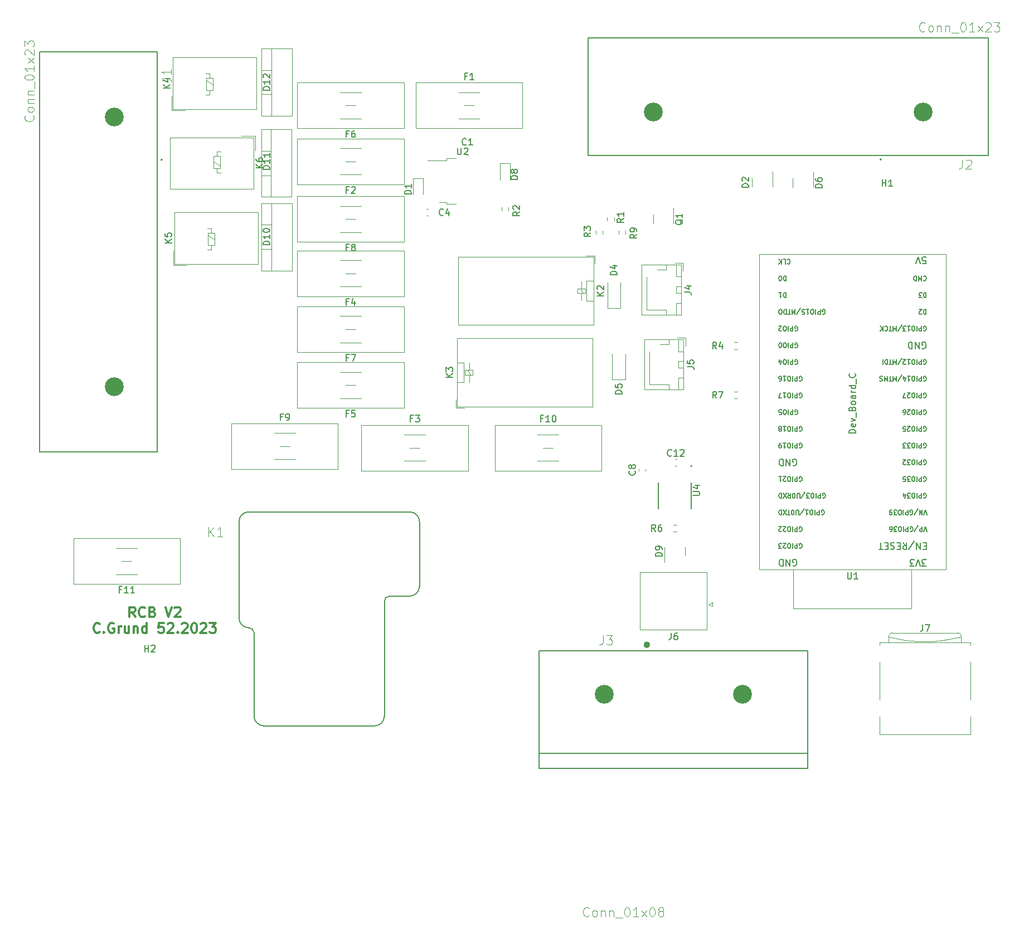
<source format=gbr>
%TF.GenerationSoftware,KiCad,Pcbnew,(6.0.1-0)*%
%TF.CreationDate,2023-02-28T13:23:54-05:00*%
%TF.ProjectId,rear-control-board,72656172-2d63-46f6-9e74-726f6c2d626f,rev?*%
%TF.SameCoordinates,Original*%
%TF.FileFunction,Legend,Top*%
%TF.FilePolarity,Positive*%
%FSLAX46Y46*%
G04 Gerber Fmt 4.6, Leading zero omitted, Abs format (unit mm)*
G04 Created by KiCad (PCBNEW (6.0.1-0)) date 2023-02-28 13:23:54*
%MOMM*%
%LPD*%
G01*
G04 APERTURE LIST*
%ADD10C,0.300000*%
%ADD11C,0.150000*%
%ADD12C,0.015000*%
%ADD13C,0.050000*%
%ADD14C,0.120000*%
%ADD15C,0.127000*%
%ADD16C,0.200000*%
%ADD17C,0.500000*%
%ADD18C,2.850000*%
G04 APERTURE END LIST*
D10*
X68285714Y-146721071D02*
X67785714Y-146006785D01*
X67428571Y-146721071D02*
X67428571Y-145221071D01*
X68000000Y-145221071D01*
X68142857Y-145292500D01*
X68214285Y-145363928D01*
X68285714Y-145506785D01*
X68285714Y-145721071D01*
X68214285Y-145863928D01*
X68142857Y-145935357D01*
X68000000Y-146006785D01*
X67428571Y-146006785D01*
X69785714Y-146578214D02*
X69714285Y-146649642D01*
X69500000Y-146721071D01*
X69357142Y-146721071D01*
X69142857Y-146649642D01*
X69000000Y-146506785D01*
X68928571Y-146363928D01*
X68857142Y-146078214D01*
X68857142Y-145863928D01*
X68928571Y-145578214D01*
X69000000Y-145435357D01*
X69142857Y-145292500D01*
X69357142Y-145221071D01*
X69500000Y-145221071D01*
X69714285Y-145292500D01*
X69785714Y-145363928D01*
X70928571Y-145935357D02*
X71142857Y-146006785D01*
X71214285Y-146078214D01*
X71285714Y-146221071D01*
X71285714Y-146435357D01*
X71214285Y-146578214D01*
X71142857Y-146649642D01*
X71000000Y-146721071D01*
X70428571Y-146721071D01*
X70428571Y-145221071D01*
X70928571Y-145221071D01*
X71071428Y-145292500D01*
X71142857Y-145363928D01*
X71214285Y-145506785D01*
X71214285Y-145649642D01*
X71142857Y-145792500D01*
X71071428Y-145863928D01*
X70928571Y-145935357D01*
X70428571Y-145935357D01*
X72857142Y-145221071D02*
X73357142Y-146721071D01*
X73857142Y-145221071D01*
X74285714Y-145363928D02*
X74357142Y-145292500D01*
X74500000Y-145221071D01*
X74857142Y-145221071D01*
X75000000Y-145292500D01*
X75071428Y-145363928D01*
X75142857Y-145506785D01*
X75142857Y-145649642D01*
X75071428Y-145863928D01*
X74214285Y-146721071D01*
X75142857Y-146721071D01*
X62892857Y-148993214D02*
X62821428Y-149064642D01*
X62607142Y-149136071D01*
X62464285Y-149136071D01*
X62250000Y-149064642D01*
X62107142Y-148921785D01*
X62035714Y-148778928D01*
X61964285Y-148493214D01*
X61964285Y-148278928D01*
X62035714Y-147993214D01*
X62107142Y-147850357D01*
X62250000Y-147707500D01*
X62464285Y-147636071D01*
X62607142Y-147636071D01*
X62821428Y-147707500D01*
X62892857Y-147778928D01*
X63535714Y-148993214D02*
X63607142Y-149064642D01*
X63535714Y-149136071D01*
X63464285Y-149064642D01*
X63535714Y-148993214D01*
X63535714Y-149136071D01*
X65035714Y-147707500D02*
X64892857Y-147636071D01*
X64678571Y-147636071D01*
X64464285Y-147707500D01*
X64321428Y-147850357D01*
X64250000Y-147993214D01*
X64178571Y-148278928D01*
X64178571Y-148493214D01*
X64250000Y-148778928D01*
X64321428Y-148921785D01*
X64464285Y-149064642D01*
X64678571Y-149136071D01*
X64821428Y-149136071D01*
X65035714Y-149064642D01*
X65107142Y-148993214D01*
X65107142Y-148493214D01*
X64821428Y-148493214D01*
X65750000Y-149136071D02*
X65750000Y-148136071D01*
X65750000Y-148421785D02*
X65821428Y-148278928D01*
X65892857Y-148207500D01*
X66035714Y-148136071D01*
X66178571Y-148136071D01*
X67321428Y-148136071D02*
X67321428Y-149136071D01*
X66678571Y-148136071D02*
X66678571Y-148921785D01*
X66750000Y-149064642D01*
X66892857Y-149136071D01*
X67107142Y-149136071D01*
X67250000Y-149064642D01*
X67321428Y-148993214D01*
X68035714Y-148136071D02*
X68035714Y-149136071D01*
X68035714Y-148278928D02*
X68107142Y-148207500D01*
X68250000Y-148136071D01*
X68464285Y-148136071D01*
X68607142Y-148207500D01*
X68678571Y-148350357D01*
X68678571Y-149136071D01*
X70035714Y-149136071D02*
X70035714Y-147636071D01*
X70035714Y-149064642D02*
X69892857Y-149136071D01*
X69607142Y-149136071D01*
X69464285Y-149064642D01*
X69392857Y-148993214D01*
X69321428Y-148850357D01*
X69321428Y-148421785D01*
X69392857Y-148278928D01*
X69464285Y-148207500D01*
X69607142Y-148136071D01*
X69892857Y-148136071D01*
X70035714Y-148207500D01*
X72607142Y-147636071D02*
X71892857Y-147636071D01*
X71821428Y-148350357D01*
X71892857Y-148278928D01*
X72035714Y-148207500D01*
X72392857Y-148207500D01*
X72535714Y-148278928D01*
X72607142Y-148350357D01*
X72678571Y-148493214D01*
X72678571Y-148850357D01*
X72607142Y-148993214D01*
X72535714Y-149064642D01*
X72392857Y-149136071D01*
X72035714Y-149136071D01*
X71892857Y-149064642D01*
X71821428Y-148993214D01*
X73250000Y-147778928D02*
X73321428Y-147707500D01*
X73464285Y-147636071D01*
X73821428Y-147636071D01*
X73964285Y-147707500D01*
X74035714Y-147778928D01*
X74107142Y-147921785D01*
X74107142Y-148064642D01*
X74035714Y-148278928D01*
X73178571Y-149136071D01*
X74107142Y-149136071D01*
X74750000Y-148993214D02*
X74821428Y-149064642D01*
X74750000Y-149136071D01*
X74678571Y-149064642D01*
X74750000Y-148993214D01*
X74750000Y-149136071D01*
X75392857Y-147778928D02*
X75464285Y-147707500D01*
X75607142Y-147636071D01*
X75964285Y-147636071D01*
X76107142Y-147707500D01*
X76178571Y-147778928D01*
X76250000Y-147921785D01*
X76250000Y-148064642D01*
X76178571Y-148278928D01*
X75321428Y-149136071D01*
X76250000Y-149136071D01*
X77178571Y-147636071D02*
X77321428Y-147636071D01*
X77464285Y-147707500D01*
X77535714Y-147778928D01*
X77607142Y-147921785D01*
X77678571Y-148207500D01*
X77678571Y-148564642D01*
X77607142Y-148850357D01*
X77535714Y-148993214D01*
X77464285Y-149064642D01*
X77321428Y-149136071D01*
X77178571Y-149136071D01*
X77035714Y-149064642D01*
X76964285Y-148993214D01*
X76892857Y-148850357D01*
X76821428Y-148564642D01*
X76821428Y-148207500D01*
X76892857Y-147921785D01*
X76964285Y-147778928D01*
X77035714Y-147707500D01*
X77178571Y-147636071D01*
X78250000Y-147778928D02*
X78321428Y-147707500D01*
X78464285Y-147636071D01*
X78821428Y-147636071D01*
X78964285Y-147707500D01*
X79035714Y-147778928D01*
X79107142Y-147921785D01*
X79107142Y-148064642D01*
X79035714Y-148278928D01*
X78178571Y-149136071D01*
X79107142Y-149136071D01*
X79607142Y-147636071D02*
X80535714Y-147636071D01*
X80035714Y-148207500D01*
X80250000Y-148207500D01*
X80392857Y-148278928D01*
X80464285Y-148350357D01*
X80535714Y-148493214D01*
X80535714Y-148850357D01*
X80464285Y-148993214D01*
X80392857Y-149064642D01*
X80250000Y-149136071D01*
X79821428Y-149136071D01*
X79678571Y-149064642D01*
X79607142Y-148993214D01*
D11*
%TO.C,F6*%
X100666666Y-73298571D02*
X100333333Y-73298571D01*
X100333333Y-73822380D02*
X100333333Y-72822380D01*
X100809523Y-72822380D01*
X101619047Y-72822380D02*
X101428571Y-72822380D01*
X101333333Y-72870000D01*
X101285714Y-72917619D01*
X101190476Y-73060476D01*
X101142857Y-73250952D01*
X101142857Y-73631904D01*
X101190476Y-73727142D01*
X101238095Y-73774761D01*
X101333333Y-73822380D01*
X101523809Y-73822380D01*
X101619047Y-73774761D01*
X101666666Y-73727142D01*
X101714285Y-73631904D01*
X101714285Y-73393809D01*
X101666666Y-73298571D01*
X101619047Y-73250952D01*
X101523809Y-73203333D01*
X101333333Y-73203333D01*
X101238095Y-73250952D01*
X101190476Y-73298571D01*
X101142857Y-73393809D01*
%TO.C,H1*%
X181738095Y-81252380D02*
X181738095Y-80252380D01*
X181738095Y-80728571D02*
X182309523Y-80728571D01*
X182309523Y-81252380D02*
X182309523Y-80252380D01*
X183309523Y-81252380D02*
X182738095Y-81252380D01*
X183023809Y-81252380D02*
X183023809Y-80252380D01*
X182928571Y-80395238D01*
X182833333Y-80490476D01*
X182738095Y-80538095D01*
%TO.C,H2*%
X69738095Y-152002380D02*
X69738095Y-151002380D01*
X69738095Y-151478571D02*
X70309523Y-151478571D01*
X70309523Y-152002380D02*
X70309523Y-151002380D01*
X70738095Y-151097619D02*
X70785714Y-151050000D01*
X70880952Y-151002380D01*
X71119047Y-151002380D01*
X71214285Y-151050000D01*
X71261904Y-151097619D01*
X71309523Y-151192857D01*
X71309523Y-151288095D01*
X71261904Y-151430952D01*
X70690476Y-152002380D01*
X71309523Y-152002380D01*
%TO.C,D5*%
X142202380Y-112839210D02*
X141202380Y-112839210D01*
X141202380Y-112601115D01*
X141250000Y-112458257D01*
X141345238Y-112363019D01*
X141440476Y-112315400D01*
X141630952Y-112267781D01*
X141773809Y-112267781D01*
X141964285Y-112315400D01*
X142059523Y-112363019D01*
X142154761Y-112458257D01*
X142202380Y-112601115D01*
X142202380Y-112839210D01*
X141202380Y-111363019D02*
X141202380Y-111839210D01*
X141678571Y-111886829D01*
X141630952Y-111839210D01*
X141583333Y-111743972D01*
X141583333Y-111505876D01*
X141630952Y-111410638D01*
X141678571Y-111363019D01*
X141773809Y-111315400D01*
X142011904Y-111315400D01*
X142107142Y-111363019D01*
X142154761Y-111410638D01*
X142202380Y-111505876D01*
X142202380Y-111743972D01*
X142154761Y-111839210D01*
X142107142Y-111886829D01*
%TO.C,D10*%
X88702380Y-90174285D02*
X87702380Y-90174285D01*
X87702380Y-89936190D01*
X87750000Y-89793333D01*
X87845238Y-89698095D01*
X87940476Y-89650476D01*
X88130952Y-89602857D01*
X88273809Y-89602857D01*
X88464285Y-89650476D01*
X88559523Y-89698095D01*
X88654761Y-89793333D01*
X88702380Y-89936190D01*
X88702380Y-90174285D01*
X88702380Y-88650476D02*
X88702380Y-89221904D01*
X88702380Y-88936190D02*
X87702380Y-88936190D01*
X87845238Y-89031428D01*
X87940476Y-89126666D01*
X87988095Y-89221904D01*
X87702380Y-88031428D02*
X87702380Y-87936190D01*
X87750000Y-87840952D01*
X87797619Y-87793333D01*
X87892857Y-87745714D01*
X88083333Y-87698095D01*
X88321428Y-87698095D01*
X88511904Y-87745714D01*
X88607142Y-87793333D01*
X88654761Y-87840952D01*
X88702380Y-87936190D01*
X88702380Y-88031428D01*
X88654761Y-88126666D01*
X88607142Y-88174285D01*
X88511904Y-88221904D01*
X88321428Y-88269523D01*
X88083333Y-88269523D01*
X87892857Y-88221904D01*
X87797619Y-88174285D01*
X87750000Y-88126666D01*
X87702380Y-88031428D01*
%TO.C,F1*%
X118666666Y-64558571D02*
X118333333Y-64558571D01*
X118333333Y-65082380D02*
X118333333Y-64082380D01*
X118809523Y-64082380D01*
X119714285Y-65082380D02*
X119142857Y-65082380D01*
X119428571Y-65082380D02*
X119428571Y-64082380D01*
X119333333Y-64225238D01*
X119238095Y-64320476D01*
X119142857Y-64368095D01*
%TO.C,J7*%
X187916666Y-147884880D02*
X187916666Y-148599166D01*
X187869047Y-148742023D01*
X187773809Y-148837261D01*
X187630952Y-148884880D01*
X187535714Y-148884880D01*
X188297619Y-147884880D02*
X188964285Y-147884880D01*
X188535714Y-148884880D01*
%TO.C,F9*%
X90666666Y-116308571D02*
X90333333Y-116308571D01*
X90333333Y-116832380D02*
X90333333Y-115832380D01*
X90809523Y-115832380D01*
X91238095Y-116832380D02*
X91428571Y-116832380D01*
X91523809Y-116784761D01*
X91571428Y-116737142D01*
X91666666Y-116594285D01*
X91714285Y-116403809D01*
X91714285Y-116022857D01*
X91666666Y-115927619D01*
X91619047Y-115880000D01*
X91523809Y-115832380D01*
X91333333Y-115832380D01*
X91238095Y-115880000D01*
X91190476Y-115927619D01*
X91142857Y-116022857D01*
X91142857Y-116260952D01*
X91190476Y-116356190D01*
X91238095Y-116403809D01*
X91333333Y-116451428D01*
X91523809Y-116451428D01*
X91619047Y-116403809D01*
X91666666Y-116356190D01*
X91714285Y-116260952D01*
%TO.C,C12*%
X149744642Y-122177142D02*
X149697023Y-122224761D01*
X149554166Y-122272380D01*
X149458928Y-122272380D01*
X149316071Y-122224761D01*
X149220833Y-122129523D01*
X149173214Y-122034285D01*
X149125595Y-121843809D01*
X149125595Y-121700952D01*
X149173214Y-121510476D01*
X149220833Y-121415238D01*
X149316071Y-121320000D01*
X149458928Y-121272380D01*
X149554166Y-121272380D01*
X149697023Y-121320000D01*
X149744642Y-121367619D01*
X150697023Y-122272380D02*
X150125595Y-122272380D01*
X150411309Y-122272380D02*
X150411309Y-121272380D01*
X150316071Y-121415238D01*
X150220833Y-121510476D01*
X150125595Y-121558095D01*
X151077976Y-121367619D02*
X151125595Y-121320000D01*
X151220833Y-121272380D01*
X151458928Y-121272380D01*
X151554166Y-121320000D01*
X151601785Y-121367619D01*
X151649404Y-121462857D01*
X151649404Y-121558095D01*
X151601785Y-121700952D01*
X151030357Y-122272380D01*
X151649404Y-122272380D01*
%TO.C,U4*%
X153034380Y-128216904D02*
X153843904Y-128216904D01*
X153939142Y-128169285D01*
X153986761Y-128121666D01*
X154034380Y-128026428D01*
X154034380Y-127835952D01*
X153986761Y-127740714D01*
X153939142Y-127693095D01*
X153843904Y-127645476D01*
X153034380Y-127645476D01*
X153367714Y-126740714D02*
X154034380Y-126740714D01*
X152986761Y-126978809D02*
X153701047Y-127216904D01*
X153701047Y-126597857D01*
%TO.C,K2*%
X139452380Y-97899210D02*
X138452380Y-97899210D01*
X139452380Y-97327781D02*
X138880952Y-97756353D01*
X138452380Y-97327781D02*
X139023809Y-97899210D01*
X138547619Y-96946829D02*
X138500000Y-96899210D01*
X138452380Y-96803972D01*
X138452380Y-96565876D01*
X138500000Y-96470638D01*
X138547619Y-96423019D01*
X138642857Y-96375400D01*
X138738095Y-96375400D01*
X138880952Y-96423019D01*
X139452380Y-96994448D01*
X139452380Y-96375400D01*
%TO.C,U1*%
X176488095Y-139955820D02*
X176488095Y-140765344D01*
X176535714Y-140860582D01*
X176583333Y-140908201D01*
X176678571Y-140955820D01*
X176869047Y-140955820D01*
X176964285Y-140908201D01*
X177011904Y-140860582D01*
X177059523Y-140765344D01*
X177059523Y-139955820D01*
X178059523Y-140955820D02*
X177488095Y-140955820D01*
X177773809Y-140955820D02*
X177773809Y-139955820D01*
X177678571Y-140098678D01*
X177583333Y-140193916D01*
X177488095Y-140241535D01*
X177702380Y-118773440D02*
X176702380Y-118773440D01*
X176702380Y-118535344D01*
X176750000Y-118392487D01*
X176845238Y-118297249D01*
X176940476Y-118249630D01*
X177130952Y-118202011D01*
X177273809Y-118202011D01*
X177464285Y-118249630D01*
X177559523Y-118297249D01*
X177654761Y-118392487D01*
X177702380Y-118535344D01*
X177702380Y-118773440D01*
X177654761Y-117392487D02*
X177702380Y-117487725D01*
X177702380Y-117678201D01*
X177654761Y-117773440D01*
X177559523Y-117821059D01*
X177178571Y-117821059D01*
X177083333Y-117773440D01*
X177035714Y-117678201D01*
X177035714Y-117487725D01*
X177083333Y-117392487D01*
X177178571Y-117344868D01*
X177273809Y-117344868D01*
X177369047Y-117821059D01*
X177035714Y-117011535D02*
X177702380Y-116773440D01*
X177035714Y-116535344D01*
X177797619Y-116392487D02*
X177797619Y-115630582D01*
X177178571Y-115059154D02*
X177226190Y-114916297D01*
X177273809Y-114868678D01*
X177369047Y-114821059D01*
X177511904Y-114821059D01*
X177607142Y-114868678D01*
X177654761Y-114916297D01*
X177702380Y-115011535D01*
X177702380Y-115392487D01*
X176702380Y-115392487D01*
X176702380Y-115059154D01*
X176750000Y-114963916D01*
X176797619Y-114916297D01*
X176892857Y-114868678D01*
X176988095Y-114868678D01*
X177083333Y-114916297D01*
X177130952Y-114963916D01*
X177178571Y-115059154D01*
X177178571Y-115392487D01*
X177702380Y-114249630D02*
X177654761Y-114344868D01*
X177607142Y-114392487D01*
X177511904Y-114440106D01*
X177226190Y-114440106D01*
X177130952Y-114392487D01*
X177083333Y-114344868D01*
X177035714Y-114249630D01*
X177035714Y-114106773D01*
X177083333Y-114011535D01*
X177130952Y-113963916D01*
X177226190Y-113916297D01*
X177511904Y-113916297D01*
X177607142Y-113963916D01*
X177654761Y-114011535D01*
X177702380Y-114106773D01*
X177702380Y-114249630D01*
X177702380Y-113059154D02*
X177178571Y-113059154D01*
X177083333Y-113106773D01*
X177035714Y-113202011D01*
X177035714Y-113392487D01*
X177083333Y-113487725D01*
X177654761Y-113059154D02*
X177702380Y-113154392D01*
X177702380Y-113392487D01*
X177654761Y-113487725D01*
X177559523Y-113535344D01*
X177464285Y-113535344D01*
X177369047Y-113487725D01*
X177321428Y-113392487D01*
X177321428Y-113154392D01*
X177273809Y-113059154D01*
X177702380Y-112582963D02*
X177035714Y-112582963D01*
X177226190Y-112582963D02*
X177130952Y-112535344D01*
X177083333Y-112487725D01*
X177035714Y-112392487D01*
X177035714Y-112297249D01*
X177702380Y-111535344D02*
X176702380Y-111535344D01*
X177654761Y-111535344D02*
X177702380Y-111630582D01*
X177702380Y-111821059D01*
X177654761Y-111916297D01*
X177607142Y-111963916D01*
X177511904Y-112011535D01*
X177226190Y-112011535D01*
X177130952Y-111963916D01*
X177083333Y-111916297D01*
X177035714Y-111821059D01*
X177035714Y-111630582D01*
X177083333Y-111535344D01*
X177797619Y-111297249D02*
X177797619Y-110535344D01*
X177607142Y-109725820D02*
X177654761Y-109773440D01*
X177702380Y-109916297D01*
X177702380Y-110011535D01*
X177654761Y-110154392D01*
X177559523Y-110249630D01*
X177464285Y-110297249D01*
X177273809Y-110344868D01*
X177130952Y-110344868D01*
X176940476Y-110297249D01*
X176845238Y-110249630D01*
X176750000Y-110154392D01*
X176702380Y-110011535D01*
X176702380Y-109916297D01*
X176750000Y-109773440D01*
X176797619Y-109725820D01*
X168517500Y-105733440D02*
X168584166Y-105766773D01*
X168684166Y-105766773D01*
X168784166Y-105733440D01*
X168850833Y-105666773D01*
X168884166Y-105600106D01*
X168917500Y-105466773D01*
X168917500Y-105366773D01*
X168884166Y-105233440D01*
X168850833Y-105166773D01*
X168784166Y-105100106D01*
X168684166Y-105066773D01*
X168617500Y-105066773D01*
X168517500Y-105100106D01*
X168484166Y-105133440D01*
X168484166Y-105366773D01*
X168617500Y-105366773D01*
X168184166Y-105066773D02*
X168184166Y-105766773D01*
X167917500Y-105766773D01*
X167850833Y-105733440D01*
X167817500Y-105700106D01*
X167784166Y-105633440D01*
X167784166Y-105533440D01*
X167817500Y-105466773D01*
X167850833Y-105433440D01*
X167917500Y-105400106D01*
X168184166Y-105400106D01*
X167484166Y-105066773D02*
X167484166Y-105766773D01*
X167017500Y-105766773D02*
X166884166Y-105766773D01*
X166817500Y-105733440D01*
X166750833Y-105666773D01*
X166717500Y-105533440D01*
X166717500Y-105300106D01*
X166750833Y-105166773D01*
X166817500Y-105100106D01*
X166884166Y-105066773D01*
X167017500Y-105066773D01*
X167084166Y-105100106D01*
X167150833Y-105166773D01*
X167184166Y-105300106D01*
X167184166Y-105533440D01*
X167150833Y-105666773D01*
X167084166Y-105733440D01*
X167017500Y-105766773D01*
X166284166Y-105766773D02*
X166217500Y-105766773D01*
X166150833Y-105733440D01*
X166117500Y-105700106D01*
X166084166Y-105633440D01*
X166050833Y-105500106D01*
X166050833Y-105333440D01*
X166084166Y-105200106D01*
X166117500Y-105133440D01*
X166150833Y-105100106D01*
X166217500Y-105066773D01*
X166284166Y-105066773D01*
X166350833Y-105100106D01*
X166384166Y-105133440D01*
X166417500Y-105200106D01*
X166450833Y-105333440D01*
X166450833Y-105500106D01*
X166417500Y-105633440D01*
X166384166Y-105700106D01*
X166350833Y-105733440D01*
X166284166Y-105766773D01*
X172717500Y-128593440D02*
X172784166Y-128626773D01*
X172884166Y-128626773D01*
X172984166Y-128593440D01*
X173050833Y-128526773D01*
X173084166Y-128460106D01*
X173117500Y-128326773D01*
X173117500Y-128226773D01*
X173084166Y-128093440D01*
X173050833Y-128026773D01*
X172984166Y-127960106D01*
X172884166Y-127926773D01*
X172817500Y-127926773D01*
X172717500Y-127960106D01*
X172684166Y-127993440D01*
X172684166Y-128226773D01*
X172817500Y-128226773D01*
X172384166Y-127926773D02*
X172384166Y-128626773D01*
X172117500Y-128626773D01*
X172050833Y-128593440D01*
X172017500Y-128560106D01*
X171984166Y-128493440D01*
X171984166Y-128393440D01*
X172017500Y-128326773D01*
X172050833Y-128293440D01*
X172117500Y-128260106D01*
X172384166Y-128260106D01*
X171684166Y-127926773D02*
X171684166Y-128626773D01*
X171217500Y-128626773D02*
X171084166Y-128626773D01*
X171017500Y-128593440D01*
X170950833Y-128526773D01*
X170917500Y-128393440D01*
X170917500Y-128160106D01*
X170950833Y-128026773D01*
X171017500Y-127960106D01*
X171084166Y-127926773D01*
X171217500Y-127926773D01*
X171284166Y-127960106D01*
X171350833Y-128026773D01*
X171384166Y-128160106D01*
X171384166Y-128393440D01*
X171350833Y-128526773D01*
X171284166Y-128593440D01*
X171217500Y-128626773D01*
X170684166Y-128626773D02*
X170250833Y-128626773D01*
X170484166Y-128360106D01*
X170384166Y-128360106D01*
X170317500Y-128326773D01*
X170284166Y-128293440D01*
X170250833Y-128226773D01*
X170250833Y-128060106D01*
X170284166Y-127993440D01*
X170317500Y-127960106D01*
X170384166Y-127926773D01*
X170584166Y-127926773D01*
X170650833Y-127960106D01*
X170684166Y-127993440D01*
X169450833Y-128660106D02*
X170050833Y-127760106D01*
X169217500Y-128626773D02*
X169217500Y-128060106D01*
X169184166Y-127993440D01*
X169150833Y-127960106D01*
X169084166Y-127926773D01*
X168950833Y-127926773D01*
X168884166Y-127960106D01*
X168850833Y-127993440D01*
X168817500Y-128060106D01*
X168817500Y-128626773D01*
X168350833Y-128626773D02*
X168284166Y-128626773D01*
X168217500Y-128593440D01*
X168184166Y-128560106D01*
X168150833Y-128493440D01*
X168117500Y-128360106D01*
X168117500Y-128193440D01*
X168150833Y-128060106D01*
X168184166Y-127993440D01*
X168217500Y-127960106D01*
X168284166Y-127926773D01*
X168350833Y-127926773D01*
X168417500Y-127960106D01*
X168450833Y-127993440D01*
X168484166Y-128060106D01*
X168517500Y-128193440D01*
X168517500Y-128360106D01*
X168484166Y-128493440D01*
X168450833Y-128560106D01*
X168417500Y-128593440D01*
X168350833Y-128626773D01*
X167417500Y-127926773D02*
X167650833Y-128260106D01*
X167817500Y-127926773D02*
X167817500Y-128626773D01*
X167550833Y-128626773D01*
X167484166Y-128593440D01*
X167450833Y-128560106D01*
X167417500Y-128493440D01*
X167417500Y-128393440D01*
X167450833Y-128326773D01*
X167484166Y-128293440D01*
X167550833Y-128260106D01*
X167817500Y-128260106D01*
X167184166Y-128626773D02*
X166717500Y-127926773D01*
X166717500Y-128626773D02*
X167184166Y-127926773D01*
X166450833Y-127926773D02*
X166450833Y-128626773D01*
X166284166Y-128626773D01*
X166184166Y-128593440D01*
X166117500Y-128526773D01*
X166084166Y-128460106D01*
X166050833Y-128326773D01*
X166050833Y-128226773D01*
X166084166Y-128093440D01*
X166117500Y-128026773D01*
X166184166Y-127960106D01*
X166284166Y-127926773D01*
X166450833Y-127926773D01*
X169184166Y-110813440D02*
X169250833Y-110846773D01*
X169350833Y-110846773D01*
X169450833Y-110813440D01*
X169517500Y-110746773D01*
X169550833Y-110680106D01*
X169584166Y-110546773D01*
X169584166Y-110446773D01*
X169550833Y-110313440D01*
X169517500Y-110246773D01*
X169450833Y-110180106D01*
X169350833Y-110146773D01*
X169284166Y-110146773D01*
X169184166Y-110180106D01*
X169150833Y-110213440D01*
X169150833Y-110446773D01*
X169284166Y-110446773D01*
X168850833Y-110146773D02*
X168850833Y-110846773D01*
X168584166Y-110846773D01*
X168517500Y-110813440D01*
X168484166Y-110780106D01*
X168450833Y-110713440D01*
X168450833Y-110613440D01*
X168484166Y-110546773D01*
X168517500Y-110513440D01*
X168584166Y-110480106D01*
X168850833Y-110480106D01*
X168150833Y-110146773D02*
X168150833Y-110846773D01*
X167684166Y-110846773D02*
X167550833Y-110846773D01*
X167484166Y-110813440D01*
X167417500Y-110746773D01*
X167384166Y-110613440D01*
X167384166Y-110380106D01*
X167417500Y-110246773D01*
X167484166Y-110180106D01*
X167550833Y-110146773D01*
X167684166Y-110146773D01*
X167750833Y-110180106D01*
X167817500Y-110246773D01*
X167850833Y-110380106D01*
X167850833Y-110613440D01*
X167817500Y-110746773D01*
X167750833Y-110813440D01*
X167684166Y-110846773D01*
X166717500Y-110146773D02*
X167117500Y-110146773D01*
X166917500Y-110146773D02*
X166917500Y-110846773D01*
X166984166Y-110746773D01*
X167050833Y-110680106D01*
X167117500Y-110646773D01*
X166117500Y-110846773D02*
X166250833Y-110846773D01*
X166317500Y-110813440D01*
X166350833Y-110780106D01*
X166417500Y-110680106D01*
X166450833Y-110546773D01*
X166450833Y-110280106D01*
X166417500Y-110213440D01*
X166384166Y-110180106D01*
X166317500Y-110146773D01*
X166184166Y-110146773D01*
X166117500Y-110180106D01*
X166084166Y-110213440D01*
X166050833Y-110280106D01*
X166050833Y-110446773D01*
X166084166Y-110513440D01*
X166117500Y-110546773D01*
X166184166Y-110580106D01*
X166317500Y-110580106D01*
X166384166Y-110546773D01*
X166417500Y-110513440D01*
X166450833Y-110446773D01*
X168203214Y-123663440D02*
X168298452Y-123711059D01*
X168441309Y-123711059D01*
X168584166Y-123663440D01*
X168679404Y-123568201D01*
X168727023Y-123472963D01*
X168774642Y-123282487D01*
X168774642Y-123139630D01*
X168727023Y-122949154D01*
X168679404Y-122853916D01*
X168584166Y-122758678D01*
X168441309Y-122711059D01*
X168346071Y-122711059D01*
X168203214Y-122758678D01*
X168155595Y-122806297D01*
X168155595Y-123139630D01*
X168346071Y-123139630D01*
X167727023Y-122711059D02*
X167727023Y-123711059D01*
X167155595Y-122711059D01*
X167155595Y-123711059D01*
X166679404Y-122711059D02*
X166679404Y-123711059D01*
X166441309Y-123711059D01*
X166298452Y-123663440D01*
X166203214Y-123568201D01*
X166155595Y-123472963D01*
X166107976Y-123282487D01*
X166107976Y-123139630D01*
X166155595Y-122949154D01*
X166203214Y-122853916D01*
X166298452Y-122758678D01*
X166441309Y-122711059D01*
X166679404Y-122711059D01*
X188049166Y-126053440D02*
X188115833Y-126086773D01*
X188215833Y-126086773D01*
X188315833Y-126053440D01*
X188382500Y-125986773D01*
X188415833Y-125920106D01*
X188449166Y-125786773D01*
X188449166Y-125686773D01*
X188415833Y-125553440D01*
X188382500Y-125486773D01*
X188315833Y-125420106D01*
X188215833Y-125386773D01*
X188149166Y-125386773D01*
X188049166Y-125420106D01*
X188015833Y-125453440D01*
X188015833Y-125686773D01*
X188149166Y-125686773D01*
X187715833Y-125386773D02*
X187715833Y-126086773D01*
X187449166Y-126086773D01*
X187382500Y-126053440D01*
X187349166Y-126020106D01*
X187315833Y-125953440D01*
X187315833Y-125853440D01*
X187349166Y-125786773D01*
X187382500Y-125753440D01*
X187449166Y-125720106D01*
X187715833Y-125720106D01*
X187015833Y-125386773D02*
X187015833Y-126086773D01*
X186549166Y-126086773D02*
X186415833Y-126086773D01*
X186349166Y-126053440D01*
X186282500Y-125986773D01*
X186249166Y-125853440D01*
X186249166Y-125620106D01*
X186282500Y-125486773D01*
X186349166Y-125420106D01*
X186415833Y-125386773D01*
X186549166Y-125386773D01*
X186615833Y-125420106D01*
X186682500Y-125486773D01*
X186715833Y-125620106D01*
X186715833Y-125853440D01*
X186682500Y-125986773D01*
X186615833Y-126053440D01*
X186549166Y-126086773D01*
X186015833Y-126086773D02*
X185582500Y-126086773D01*
X185815833Y-125820106D01*
X185715833Y-125820106D01*
X185649166Y-125786773D01*
X185615833Y-125753440D01*
X185582500Y-125686773D01*
X185582500Y-125520106D01*
X185615833Y-125453440D01*
X185649166Y-125420106D01*
X185715833Y-125386773D01*
X185915833Y-125386773D01*
X185982500Y-125420106D01*
X186015833Y-125453440D01*
X184949166Y-126086773D02*
X185282500Y-126086773D01*
X185315833Y-125753440D01*
X185282500Y-125786773D01*
X185215833Y-125820106D01*
X185049166Y-125820106D01*
X184982500Y-125786773D01*
X184949166Y-125753440D01*
X184915833Y-125686773D01*
X184915833Y-125520106D01*
X184949166Y-125453440D01*
X184982500Y-125420106D01*
X185049166Y-125386773D01*
X185215833Y-125386773D01*
X185282500Y-125420106D01*
X185315833Y-125453440D01*
X188049166Y-110813440D02*
X188115833Y-110846773D01*
X188215833Y-110846773D01*
X188315833Y-110813440D01*
X188382500Y-110746773D01*
X188415833Y-110680106D01*
X188449166Y-110546773D01*
X188449166Y-110446773D01*
X188415833Y-110313440D01*
X188382500Y-110246773D01*
X188315833Y-110180106D01*
X188215833Y-110146773D01*
X188149166Y-110146773D01*
X188049166Y-110180106D01*
X188015833Y-110213440D01*
X188015833Y-110446773D01*
X188149166Y-110446773D01*
X187715833Y-110146773D02*
X187715833Y-110846773D01*
X187449166Y-110846773D01*
X187382500Y-110813440D01*
X187349166Y-110780106D01*
X187315833Y-110713440D01*
X187315833Y-110613440D01*
X187349166Y-110546773D01*
X187382500Y-110513440D01*
X187449166Y-110480106D01*
X187715833Y-110480106D01*
X187015833Y-110146773D02*
X187015833Y-110846773D01*
X186549166Y-110846773D02*
X186415833Y-110846773D01*
X186349166Y-110813440D01*
X186282500Y-110746773D01*
X186249166Y-110613440D01*
X186249166Y-110380106D01*
X186282500Y-110246773D01*
X186349166Y-110180106D01*
X186415833Y-110146773D01*
X186549166Y-110146773D01*
X186615833Y-110180106D01*
X186682500Y-110246773D01*
X186715833Y-110380106D01*
X186715833Y-110613440D01*
X186682500Y-110746773D01*
X186615833Y-110813440D01*
X186549166Y-110846773D01*
X185582500Y-110146773D02*
X185982500Y-110146773D01*
X185782500Y-110146773D02*
X185782500Y-110846773D01*
X185849166Y-110746773D01*
X185915833Y-110680106D01*
X185982500Y-110646773D01*
X184982500Y-110613440D02*
X184982500Y-110146773D01*
X185149166Y-110880106D02*
X185315833Y-110380106D01*
X184882500Y-110380106D01*
X184115833Y-110880106D02*
X184715833Y-109980106D01*
X183882500Y-110146773D02*
X183882500Y-110846773D01*
X183649166Y-110346773D01*
X183415833Y-110846773D01*
X183415833Y-110146773D01*
X183182500Y-110846773D02*
X182782500Y-110846773D01*
X182982500Y-110146773D02*
X182982500Y-110846773D01*
X182549166Y-110146773D02*
X182549166Y-110846773D01*
X182315833Y-110346773D01*
X182082500Y-110846773D01*
X182082500Y-110146773D01*
X181782500Y-110180106D02*
X181682500Y-110146773D01*
X181515833Y-110146773D01*
X181449166Y-110180106D01*
X181415833Y-110213440D01*
X181382500Y-110280106D01*
X181382500Y-110346773D01*
X181415833Y-110413440D01*
X181449166Y-110446773D01*
X181515833Y-110480106D01*
X181649166Y-110513440D01*
X181715833Y-110546773D01*
X181749166Y-110580106D01*
X181782500Y-110646773D01*
X181782500Y-110713440D01*
X181749166Y-110780106D01*
X181715833Y-110813440D01*
X181649166Y-110846773D01*
X181482500Y-110846773D01*
X181382500Y-110813440D01*
X169184166Y-133673440D02*
X169250833Y-133706773D01*
X169350833Y-133706773D01*
X169450833Y-133673440D01*
X169517500Y-133606773D01*
X169550833Y-133540106D01*
X169584166Y-133406773D01*
X169584166Y-133306773D01*
X169550833Y-133173440D01*
X169517500Y-133106773D01*
X169450833Y-133040106D01*
X169350833Y-133006773D01*
X169284166Y-133006773D01*
X169184166Y-133040106D01*
X169150833Y-133073440D01*
X169150833Y-133306773D01*
X169284166Y-133306773D01*
X168850833Y-133006773D02*
X168850833Y-133706773D01*
X168584166Y-133706773D01*
X168517500Y-133673440D01*
X168484166Y-133640106D01*
X168450833Y-133573440D01*
X168450833Y-133473440D01*
X168484166Y-133406773D01*
X168517500Y-133373440D01*
X168584166Y-133340106D01*
X168850833Y-133340106D01*
X168150833Y-133006773D02*
X168150833Y-133706773D01*
X167684166Y-133706773D02*
X167550833Y-133706773D01*
X167484166Y-133673440D01*
X167417500Y-133606773D01*
X167384166Y-133473440D01*
X167384166Y-133240106D01*
X167417500Y-133106773D01*
X167484166Y-133040106D01*
X167550833Y-133006773D01*
X167684166Y-133006773D01*
X167750833Y-133040106D01*
X167817500Y-133106773D01*
X167850833Y-133240106D01*
X167850833Y-133473440D01*
X167817500Y-133606773D01*
X167750833Y-133673440D01*
X167684166Y-133706773D01*
X167117500Y-133640106D02*
X167084166Y-133673440D01*
X167017500Y-133706773D01*
X166850833Y-133706773D01*
X166784166Y-133673440D01*
X166750833Y-133640106D01*
X166717500Y-133573440D01*
X166717500Y-133506773D01*
X166750833Y-133406773D01*
X167150833Y-133006773D01*
X166717500Y-133006773D01*
X166450833Y-133640106D02*
X166417500Y-133673440D01*
X166350833Y-133706773D01*
X166184166Y-133706773D01*
X166117500Y-133673440D01*
X166084166Y-133640106D01*
X166050833Y-133573440D01*
X166050833Y-133506773D01*
X166084166Y-133406773D01*
X166484166Y-133006773D01*
X166050833Y-133006773D01*
X188049166Y-108273440D02*
X188115833Y-108306773D01*
X188215833Y-108306773D01*
X188315833Y-108273440D01*
X188382500Y-108206773D01*
X188415833Y-108140106D01*
X188449166Y-108006773D01*
X188449166Y-107906773D01*
X188415833Y-107773440D01*
X188382500Y-107706773D01*
X188315833Y-107640106D01*
X188215833Y-107606773D01*
X188149166Y-107606773D01*
X188049166Y-107640106D01*
X188015833Y-107673440D01*
X188015833Y-107906773D01*
X188149166Y-107906773D01*
X187715833Y-107606773D02*
X187715833Y-108306773D01*
X187449166Y-108306773D01*
X187382500Y-108273440D01*
X187349166Y-108240106D01*
X187315833Y-108173440D01*
X187315833Y-108073440D01*
X187349166Y-108006773D01*
X187382500Y-107973440D01*
X187449166Y-107940106D01*
X187715833Y-107940106D01*
X187015833Y-107606773D02*
X187015833Y-108306773D01*
X186549166Y-108306773D02*
X186415833Y-108306773D01*
X186349166Y-108273440D01*
X186282500Y-108206773D01*
X186249166Y-108073440D01*
X186249166Y-107840106D01*
X186282500Y-107706773D01*
X186349166Y-107640106D01*
X186415833Y-107606773D01*
X186549166Y-107606773D01*
X186615833Y-107640106D01*
X186682500Y-107706773D01*
X186715833Y-107840106D01*
X186715833Y-108073440D01*
X186682500Y-108206773D01*
X186615833Y-108273440D01*
X186549166Y-108306773D01*
X185582500Y-107606773D02*
X185982500Y-107606773D01*
X185782500Y-107606773D02*
X185782500Y-108306773D01*
X185849166Y-108206773D01*
X185915833Y-108140106D01*
X185982500Y-108106773D01*
X185315833Y-108240106D02*
X185282500Y-108273440D01*
X185215833Y-108306773D01*
X185049166Y-108306773D01*
X184982500Y-108273440D01*
X184949166Y-108240106D01*
X184915833Y-108173440D01*
X184915833Y-108106773D01*
X184949166Y-108006773D01*
X185349166Y-107606773D01*
X184915833Y-107606773D01*
X184115833Y-108340106D02*
X184715833Y-107440106D01*
X183882500Y-107606773D02*
X183882500Y-108306773D01*
X183649166Y-107806773D01*
X183415833Y-108306773D01*
X183415833Y-107606773D01*
X183182500Y-108306773D02*
X182782500Y-108306773D01*
X182982500Y-107606773D02*
X182982500Y-108306773D01*
X182549166Y-107606773D02*
X182549166Y-108306773D01*
X182382500Y-108306773D01*
X182282500Y-108273440D01*
X182215833Y-108206773D01*
X182182500Y-108140106D01*
X182149166Y-108006773D01*
X182149166Y-107906773D01*
X182182500Y-107773440D01*
X182215833Y-107706773D01*
X182282500Y-107640106D01*
X182382500Y-107606773D01*
X182549166Y-107606773D01*
X181849166Y-107606773D02*
X181849166Y-108306773D01*
X168517500Y-115893440D02*
X168584166Y-115926773D01*
X168684166Y-115926773D01*
X168784166Y-115893440D01*
X168850833Y-115826773D01*
X168884166Y-115760106D01*
X168917500Y-115626773D01*
X168917500Y-115526773D01*
X168884166Y-115393440D01*
X168850833Y-115326773D01*
X168784166Y-115260106D01*
X168684166Y-115226773D01*
X168617500Y-115226773D01*
X168517500Y-115260106D01*
X168484166Y-115293440D01*
X168484166Y-115526773D01*
X168617500Y-115526773D01*
X168184166Y-115226773D02*
X168184166Y-115926773D01*
X167917500Y-115926773D01*
X167850833Y-115893440D01*
X167817500Y-115860106D01*
X167784166Y-115793440D01*
X167784166Y-115693440D01*
X167817500Y-115626773D01*
X167850833Y-115593440D01*
X167917500Y-115560106D01*
X168184166Y-115560106D01*
X167484166Y-115226773D02*
X167484166Y-115926773D01*
X167017500Y-115926773D02*
X166884166Y-115926773D01*
X166817500Y-115893440D01*
X166750833Y-115826773D01*
X166717500Y-115693440D01*
X166717500Y-115460106D01*
X166750833Y-115326773D01*
X166817500Y-115260106D01*
X166884166Y-115226773D01*
X167017500Y-115226773D01*
X167084166Y-115260106D01*
X167150833Y-115326773D01*
X167184166Y-115460106D01*
X167184166Y-115693440D01*
X167150833Y-115826773D01*
X167084166Y-115893440D01*
X167017500Y-115926773D01*
X166084166Y-115926773D02*
X166417500Y-115926773D01*
X166450833Y-115593440D01*
X166417500Y-115626773D01*
X166350833Y-115660106D01*
X166184166Y-115660106D01*
X166117500Y-115626773D01*
X166084166Y-115593440D01*
X166050833Y-115526773D01*
X166050833Y-115360106D01*
X166084166Y-115293440D01*
X166117500Y-115260106D01*
X166184166Y-115226773D01*
X166350833Y-115226773D01*
X166417500Y-115260106D01*
X166450833Y-115293440D01*
X188446894Y-135937588D02*
X188113560Y-135937588D01*
X187970703Y-135413779D02*
X188446894Y-135413779D01*
X188446894Y-136413779D01*
X187970703Y-136413779D01*
X187542132Y-135413779D02*
X187542132Y-136413779D01*
X186970703Y-135413779D01*
X186970703Y-136413779D01*
X185780227Y-136461398D02*
X186637370Y-135175683D01*
X184875465Y-135413779D02*
X185208799Y-135889969D01*
X185446894Y-135413779D02*
X185446894Y-136413779D01*
X185065941Y-136413779D01*
X184970703Y-136366160D01*
X184923084Y-136318540D01*
X184875465Y-136223302D01*
X184875465Y-136080445D01*
X184923084Y-135985207D01*
X184970703Y-135937588D01*
X185065941Y-135889969D01*
X185446894Y-135889969D01*
X184446894Y-135937588D02*
X184113560Y-135937588D01*
X183970703Y-135413779D02*
X184446894Y-135413779D01*
X184446894Y-136413779D01*
X183970703Y-136413779D01*
X183589751Y-135461398D02*
X183446894Y-135413779D01*
X183208799Y-135413779D01*
X183113560Y-135461398D01*
X183065941Y-135509017D01*
X183018322Y-135604255D01*
X183018322Y-135699493D01*
X183065941Y-135794731D01*
X183113560Y-135842350D01*
X183208799Y-135889969D01*
X183399275Y-135937588D01*
X183494513Y-135985207D01*
X183542132Y-136032826D01*
X183589751Y-136128064D01*
X183589751Y-136223302D01*
X183542132Y-136318540D01*
X183494513Y-136366160D01*
X183399275Y-136413779D01*
X183161180Y-136413779D01*
X183018322Y-136366160D01*
X182589751Y-135937588D02*
X182256418Y-135937588D01*
X182113560Y-135413779D02*
X182589751Y-135413779D01*
X182589751Y-136413779D01*
X182113560Y-136413779D01*
X181827846Y-136413779D02*
X181256418Y-136413779D01*
X181542132Y-135413779D02*
X181542132Y-136413779D01*
X172684166Y-100653440D02*
X172750833Y-100686773D01*
X172850833Y-100686773D01*
X172950833Y-100653440D01*
X173017500Y-100586773D01*
X173050833Y-100520106D01*
X173084166Y-100386773D01*
X173084166Y-100286773D01*
X173050833Y-100153440D01*
X173017500Y-100086773D01*
X172950833Y-100020106D01*
X172850833Y-99986773D01*
X172784166Y-99986773D01*
X172684166Y-100020106D01*
X172650833Y-100053440D01*
X172650833Y-100286773D01*
X172784166Y-100286773D01*
X172350833Y-99986773D02*
X172350833Y-100686773D01*
X172084166Y-100686773D01*
X172017500Y-100653440D01*
X171984166Y-100620106D01*
X171950833Y-100553440D01*
X171950833Y-100453440D01*
X171984166Y-100386773D01*
X172017500Y-100353440D01*
X172084166Y-100320106D01*
X172350833Y-100320106D01*
X171650833Y-99986773D02*
X171650833Y-100686773D01*
X171184166Y-100686773D02*
X171050833Y-100686773D01*
X170984166Y-100653440D01*
X170917500Y-100586773D01*
X170884166Y-100453440D01*
X170884166Y-100220106D01*
X170917500Y-100086773D01*
X170984166Y-100020106D01*
X171050833Y-99986773D01*
X171184166Y-99986773D01*
X171250833Y-100020106D01*
X171317500Y-100086773D01*
X171350833Y-100220106D01*
X171350833Y-100453440D01*
X171317500Y-100586773D01*
X171250833Y-100653440D01*
X171184166Y-100686773D01*
X170217500Y-99986773D02*
X170617500Y-99986773D01*
X170417500Y-99986773D02*
X170417500Y-100686773D01*
X170484166Y-100586773D01*
X170550833Y-100520106D01*
X170617500Y-100486773D01*
X169584166Y-100686773D02*
X169917500Y-100686773D01*
X169950833Y-100353440D01*
X169917500Y-100386773D01*
X169850833Y-100420106D01*
X169684166Y-100420106D01*
X169617500Y-100386773D01*
X169584166Y-100353440D01*
X169550833Y-100286773D01*
X169550833Y-100120106D01*
X169584166Y-100053440D01*
X169617500Y-100020106D01*
X169684166Y-99986773D01*
X169850833Y-99986773D01*
X169917500Y-100020106D01*
X169950833Y-100053440D01*
X168750833Y-100720106D02*
X169350833Y-99820106D01*
X168517500Y-99986773D02*
X168517500Y-100686773D01*
X168284166Y-100186773D01*
X168050833Y-100686773D01*
X168050833Y-99986773D01*
X167817500Y-100686773D02*
X167417500Y-100686773D01*
X167617500Y-99986773D02*
X167617500Y-100686773D01*
X167184166Y-99986773D02*
X167184166Y-100686773D01*
X167017500Y-100686773D01*
X166917500Y-100653440D01*
X166850833Y-100586773D01*
X166817500Y-100520106D01*
X166784166Y-100386773D01*
X166784166Y-100286773D01*
X166817500Y-100153440D01*
X166850833Y-100086773D01*
X166917500Y-100020106D01*
X167017500Y-99986773D01*
X167184166Y-99986773D01*
X166350833Y-100686773D02*
X166217500Y-100686773D01*
X166150833Y-100653440D01*
X166084166Y-100586773D01*
X166050833Y-100453440D01*
X166050833Y-100220106D01*
X166084166Y-100086773D01*
X166150833Y-100020106D01*
X166217500Y-99986773D01*
X166350833Y-99986773D01*
X166417500Y-100020106D01*
X166484166Y-100086773D01*
X166517500Y-100220106D01*
X166517500Y-100453440D01*
X166484166Y-100586773D01*
X166417500Y-100653440D01*
X166350833Y-100686773D01*
X188049166Y-115893440D02*
X188115833Y-115926773D01*
X188215833Y-115926773D01*
X188315833Y-115893440D01*
X188382500Y-115826773D01*
X188415833Y-115760106D01*
X188449166Y-115626773D01*
X188449166Y-115526773D01*
X188415833Y-115393440D01*
X188382500Y-115326773D01*
X188315833Y-115260106D01*
X188215833Y-115226773D01*
X188149166Y-115226773D01*
X188049166Y-115260106D01*
X188015833Y-115293440D01*
X188015833Y-115526773D01*
X188149166Y-115526773D01*
X187715833Y-115226773D02*
X187715833Y-115926773D01*
X187449166Y-115926773D01*
X187382500Y-115893440D01*
X187349166Y-115860106D01*
X187315833Y-115793440D01*
X187315833Y-115693440D01*
X187349166Y-115626773D01*
X187382500Y-115593440D01*
X187449166Y-115560106D01*
X187715833Y-115560106D01*
X187015833Y-115226773D02*
X187015833Y-115926773D01*
X186549166Y-115926773D02*
X186415833Y-115926773D01*
X186349166Y-115893440D01*
X186282500Y-115826773D01*
X186249166Y-115693440D01*
X186249166Y-115460106D01*
X186282500Y-115326773D01*
X186349166Y-115260106D01*
X186415833Y-115226773D01*
X186549166Y-115226773D01*
X186615833Y-115260106D01*
X186682500Y-115326773D01*
X186715833Y-115460106D01*
X186715833Y-115693440D01*
X186682500Y-115826773D01*
X186615833Y-115893440D01*
X186549166Y-115926773D01*
X185982500Y-115860106D02*
X185949166Y-115893440D01*
X185882500Y-115926773D01*
X185715833Y-115926773D01*
X185649166Y-115893440D01*
X185615833Y-115860106D01*
X185582500Y-115793440D01*
X185582500Y-115726773D01*
X185615833Y-115626773D01*
X186015833Y-115226773D01*
X185582500Y-115226773D01*
X184982500Y-115926773D02*
X185115833Y-115926773D01*
X185182500Y-115893440D01*
X185215833Y-115860106D01*
X185282500Y-115760106D01*
X185315833Y-115626773D01*
X185315833Y-115360106D01*
X185282500Y-115293440D01*
X185249166Y-115260106D01*
X185182500Y-115226773D01*
X185049166Y-115226773D01*
X184982500Y-115260106D01*
X184949166Y-115293440D01*
X184915833Y-115360106D01*
X184915833Y-115526773D01*
X184949166Y-115593440D01*
X184982500Y-115626773D01*
X185049166Y-115660106D01*
X185182500Y-115660106D01*
X185249166Y-115626773D01*
X185282500Y-115593440D01*
X185315833Y-115526773D01*
X168517500Y-103193440D02*
X168584166Y-103226773D01*
X168684166Y-103226773D01*
X168784166Y-103193440D01*
X168850833Y-103126773D01*
X168884166Y-103060106D01*
X168917500Y-102926773D01*
X168917500Y-102826773D01*
X168884166Y-102693440D01*
X168850833Y-102626773D01*
X168784166Y-102560106D01*
X168684166Y-102526773D01*
X168617500Y-102526773D01*
X168517500Y-102560106D01*
X168484166Y-102593440D01*
X168484166Y-102826773D01*
X168617500Y-102826773D01*
X168184166Y-102526773D02*
X168184166Y-103226773D01*
X167917500Y-103226773D01*
X167850833Y-103193440D01*
X167817500Y-103160106D01*
X167784166Y-103093440D01*
X167784166Y-102993440D01*
X167817500Y-102926773D01*
X167850833Y-102893440D01*
X167917500Y-102860106D01*
X168184166Y-102860106D01*
X167484166Y-102526773D02*
X167484166Y-103226773D01*
X167017500Y-103226773D02*
X166884166Y-103226773D01*
X166817500Y-103193440D01*
X166750833Y-103126773D01*
X166717500Y-102993440D01*
X166717500Y-102760106D01*
X166750833Y-102626773D01*
X166817500Y-102560106D01*
X166884166Y-102526773D01*
X167017500Y-102526773D01*
X167084166Y-102560106D01*
X167150833Y-102626773D01*
X167184166Y-102760106D01*
X167184166Y-102993440D01*
X167150833Y-103126773D01*
X167084166Y-103193440D01*
X167017500Y-103226773D01*
X166450833Y-103160106D02*
X166417500Y-103193440D01*
X166350833Y-103226773D01*
X166184166Y-103226773D01*
X166117500Y-103193440D01*
X166084166Y-103160106D01*
X166050833Y-103093440D01*
X166050833Y-103026773D01*
X166084166Y-102926773D01*
X166484166Y-102526773D01*
X166050833Y-102526773D01*
X169184166Y-126053440D02*
X169250833Y-126086773D01*
X169350833Y-126086773D01*
X169450833Y-126053440D01*
X169517500Y-125986773D01*
X169550833Y-125920106D01*
X169584166Y-125786773D01*
X169584166Y-125686773D01*
X169550833Y-125553440D01*
X169517500Y-125486773D01*
X169450833Y-125420106D01*
X169350833Y-125386773D01*
X169284166Y-125386773D01*
X169184166Y-125420106D01*
X169150833Y-125453440D01*
X169150833Y-125686773D01*
X169284166Y-125686773D01*
X168850833Y-125386773D02*
X168850833Y-126086773D01*
X168584166Y-126086773D01*
X168517500Y-126053440D01*
X168484166Y-126020106D01*
X168450833Y-125953440D01*
X168450833Y-125853440D01*
X168484166Y-125786773D01*
X168517500Y-125753440D01*
X168584166Y-125720106D01*
X168850833Y-125720106D01*
X168150833Y-125386773D02*
X168150833Y-126086773D01*
X167684166Y-126086773D02*
X167550833Y-126086773D01*
X167484166Y-126053440D01*
X167417500Y-125986773D01*
X167384166Y-125853440D01*
X167384166Y-125620106D01*
X167417500Y-125486773D01*
X167484166Y-125420106D01*
X167550833Y-125386773D01*
X167684166Y-125386773D01*
X167750833Y-125420106D01*
X167817500Y-125486773D01*
X167850833Y-125620106D01*
X167850833Y-125853440D01*
X167817500Y-125986773D01*
X167750833Y-126053440D01*
X167684166Y-126086773D01*
X167117500Y-126020106D02*
X167084166Y-126053440D01*
X167017500Y-126086773D01*
X166850833Y-126086773D01*
X166784166Y-126053440D01*
X166750833Y-126020106D01*
X166717500Y-125953440D01*
X166717500Y-125886773D01*
X166750833Y-125786773D01*
X167150833Y-125386773D01*
X166717500Y-125386773D01*
X166050833Y-125386773D02*
X166450833Y-125386773D01*
X166250833Y-125386773D02*
X166250833Y-126086773D01*
X166317500Y-125986773D01*
X166384166Y-125920106D01*
X166450833Y-125886773D01*
X168517500Y-108273440D02*
X168584166Y-108306773D01*
X168684166Y-108306773D01*
X168784166Y-108273440D01*
X168850833Y-108206773D01*
X168884166Y-108140106D01*
X168917500Y-108006773D01*
X168917500Y-107906773D01*
X168884166Y-107773440D01*
X168850833Y-107706773D01*
X168784166Y-107640106D01*
X168684166Y-107606773D01*
X168617500Y-107606773D01*
X168517500Y-107640106D01*
X168484166Y-107673440D01*
X168484166Y-107906773D01*
X168617500Y-107906773D01*
X168184166Y-107606773D02*
X168184166Y-108306773D01*
X167917500Y-108306773D01*
X167850833Y-108273440D01*
X167817500Y-108240106D01*
X167784166Y-108173440D01*
X167784166Y-108073440D01*
X167817500Y-108006773D01*
X167850833Y-107973440D01*
X167917500Y-107940106D01*
X168184166Y-107940106D01*
X167484166Y-107606773D02*
X167484166Y-108306773D01*
X167017500Y-108306773D02*
X166884166Y-108306773D01*
X166817500Y-108273440D01*
X166750833Y-108206773D01*
X166717500Y-108073440D01*
X166717500Y-107840106D01*
X166750833Y-107706773D01*
X166817500Y-107640106D01*
X166884166Y-107606773D01*
X167017500Y-107606773D01*
X167084166Y-107640106D01*
X167150833Y-107706773D01*
X167184166Y-107840106D01*
X167184166Y-108073440D01*
X167150833Y-108206773D01*
X167084166Y-108273440D01*
X167017500Y-108306773D01*
X166117500Y-108073440D02*
X166117500Y-107606773D01*
X166284166Y-108340106D02*
X166450833Y-107840106D01*
X166017500Y-107840106D01*
X167317500Y-92433440D02*
X167350833Y-92400106D01*
X167450833Y-92366773D01*
X167517500Y-92366773D01*
X167617500Y-92400106D01*
X167684166Y-92466773D01*
X167717500Y-92533440D01*
X167750833Y-92666773D01*
X167750833Y-92766773D01*
X167717500Y-92900106D01*
X167684166Y-92966773D01*
X167617500Y-93033440D01*
X167517500Y-93066773D01*
X167450833Y-93066773D01*
X167350833Y-93033440D01*
X167317500Y-93000106D01*
X166684166Y-92366773D02*
X167017500Y-92366773D01*
X167017500Y-93066773D01*
X166450833Y-92366773D02*
X166450833Y-93066773D01*
X166050833Y-92366773D02*
X166350833Y-92766773D01*
X166050833Y-93066773D02*
X166450833Y-92666773D01*
X172550833Y-131133440D02*
X172617500Y-131166773D01*
X172717500Y-131166773D01*
X172817500Y-131133440D01*
X172884166Y-131066773D01*
X172917500Y-131000106D01*
X172950833Y-130866773D01*
X172950833Y-130766773D01*
X172917500Y-130633440D01*
X172884166Y-130566773D01*
X172817500Y-130500106D01*
X172717500Y-130466773D01*
X172650833Y-130466773D01*
X172550833Y-130500106D01*
X172517500Y-130533440D01*
X172517500Y-130766773D01*
X172650833Y-130766773D01*
X172217500Y-130466773D02*
X172217500Y-131166773D01*
X171950833Y-131166773D01*
X171884166Y-131133440D01*
X171850833Y-131100106D01*
X171817500Y-131033440D01*
X171817500Y-130933440D01*
X171850833Y-130866773D01*
X171884166Y-130833440D01*
X171950833Y-130800106D01*
X172217500Y-130800106D01*
X171517500Y-130466773D02*
X171517500Y-131166773D01*
X171050833Y-131166773D02*
X170917500Y-131166773D01*
X170850833Y-131133440D01*
X170784166Y-131066773D01*
X170750833Y-130933440D01*
X170750833Y-130700106D01*
X170784166Y-130566773D01*
X170850833Y-130500106D01*
X170917500Y-130466773D01*
X171050833Y-130466773D01*
X171117500Y-130500106D01*
X171184166Y-130566773D01*
X171217500Y-130700106D01*
X171217500Y-130933440D01*
X171184166Y-131066773D01*
X171117500Y-131133440D01*
X171050833Y-131166773D01*
X170084166Y-130466773D02*
X170484166Y-130466773D01*
X170284166Y-130466773D02*
X170284166Y-131166773D01*
X170350833Y-131066773D01*
X170417500Y-131000106D01*
X170484166Y-130966773D01*
X169284166Y-131200106D02*
X169884166Y-130300106D01*
X169050833Y-131166773D02*
X169050833Y-130600106D01*
X169017500Y-130533440D01*
X168984166Y-130500106D01*
X168917500Y-130466773D01*
X168784166Y-130466773D01*
X168717500Y-130500106D01*
X168684166Y-130533440D01*
X168650833Y-130600106D01*
X168650833Y-131166773D01*
X168184166Y-131166773D02*
X168117500Y-131166773D01*
X168050833Y-131133440D01*
X168017500Y-131100106D01*
X167984166Y-131033440D01*
X167950833Y-130900106D01*
X167950833Y-130733440D01*
X167984166Y-130600106D01*
X168017500Y-130533440D01*
X168050833Y-130500106D01*
X168117500Y-130466773D01*
X168184166Y-130466773D01*
X168250833Y-130500106D01*
X168284166Y-130533440D01*
X168317500Y-130600106D01*
X168350833Y-130733440D01*
X168350833Y-130900106D01*
X168317500Y-131033440D01*
X168284166Y-131100106D01*
X168250833Y-131133440D01*
X168184166Y-131166773D01*
X167750833Y-131166773D02*
X167350833Y-131166773D01*
X167550833Y-130466773D02*
X167550833Y-131166773D01*
X167184166Y-131166773D02*
X166717500Y-130466773D01*
X166717500Y-131166773D02*
X167184166Y-130466773D01*
X166450833Y-130466773D02*
X166450833Y-131166773D01*
X166284166Y-131166773D01*
X166184166Y-131133440D01*
X166117500Y-131066773D01*
X166084166Y-131000106D01*
X166050833Y-130866773D01*
X166050833Y-130766773D01*
X166084166Y-130633440D01*
X166117500Y-130566773D01*
X166184166Y-130500106D01*
X166284166Y-130466773D01*
X166450833Y-130466773D01*
X188049166Y-123513440D02*
X188115833Y-123546773D01*
X188215833Y-123546773D01*
X188315833Y-123513440D01*
X188382500Y-123446773D01*
X188415833Y-123380106D01*
X188449166Y-123246773D01*
X188449166Y-123146773D01*
X188415833Y-123013440D01*
X188382500Y-122946773D01*
X188315833Y-122880106D01*
X188215833Y-122846773D01*
X188149166Y-122846773D01*
X188049166Y-122880106D01*
X188015833Y-122913440D01*
X188015833Y-123146773D01*
X188149166Y-123146773D01*
X187715833Y-122846773D02*
X187715833Y-123546773D01*
X187449166Y-123546773D01*
X187382500Y-123513440D01*
X187349166Y-123480106D01*
X187315833Y-123413440D01*
X187315833Y-123313440D01*
X187349166Y-123246773D01*
X187382500Y-123213440D01*
X187449166Y-123180106D01*
X187715833Y-123180106D01*
X187015833Y-122846773D02*
X187015833Y-123546773D01*
X186549166Y-123546773D02*
X186415833Y-123546773D01*
X186349166Y-123513440D01*
X186282500Y-123446773D01*
X186249166Y-123313440D01*
X186249166Y-123080106D01*
X186282500Y-122946773D01*
X186349166Y-122880106D01*
X186415833Y-122846773D01*
X186549166Y-122846773D01*
X186615833Y-122880106D01*
X186682500Y-122946773D01*
X186715833Y-123080106D01*
X186715833Y-123313440D01*
X186682500Y-123446773D01*
X186615833Y-123513440D01*
X186549166Y-123546773D01*
X186015833Y-123546773D02*
X185582500Y-123546773D01*
X185815833Y-123280106D01*
X185715833Y-123280106D01*
X185649166Y-123246773D01*
X185615833Y-123213440D01*
X185582500Y-123146773D01*
X185582500Y-122980106D01*
X185615833Y-122913440D01*
X185649166Y-122880106D01*
X185715833Y-122846773D01*
X185915833Y-122846773D01*
X185982500Y-122880106D01*
X186015833Y-122913440D01*
X185315833Y-123480106D02*
X185282500Y-123513440D01*
X185215833Y-123546773D01*
X185049166Y-123546773D01*
X184982500Y-123513440D01*
X184949166Y-123480106D01*
X184915833Y-123413440D01*
X184915833Y-123346773D01*
X184949166Y-123246773D01*
X185349166Y-122846773D01*
X184915833Y-122846773D01*
X188439642Y-138951059D02*
X187820595Y-138951059D01*
X188153928Y-138570106D01*
X188011071Y-138570106D01*
X187915833Y-138522487D01*
X187868214Y-138474868D01*
X187820595Y-138379630D01*
X187820595Y-138141535D01*
X187868214Y-138046297D01*
X187915833Y-137998678D01*
X188011071Y-137951059D01*
X188296785Y-137951059D01*
X188392023Y-137998678D01*
X188439642Y-138046297D01*
X187534880Y-138951059D02*
X187201547Y-137951059D01*
X186868214Y-138951059D01*
X186630119Y-138951059D02*
X186011071Y-138951059D01*
X186344404Y-138570106D01*
X186201547Y-138570106D01*
X186106309Y-138522487D01*
X186058690Y-138474868D01*
X186011071Y-138379630D01*
X186011071Y-138141535D01*
X186058690Y-138046297D01*
X186106309Y-137998678D01*
X186201547Y-137951059D01*
X186487261Y-137951059D01*
X186582500Y-137998678D01*
X186630119Y-138046297D01*
X188415833Y-97446773D02*
X188415833Y-98146773D01*
X188249166Y-98146773D01*
X188149166Y-98113440D01*
X188082500Y-98046773D01*
X188049166Y-97980106D01*
X188015833Y-97846773D01*
X188015833Y-97746773D01*
X188049166Y-97613440D01*
X188082500Y-97546773D01*
X188149166Y-97480106D01*
X188249166Y-97446773D01*
X188415833Y-97446773D01*
X187782500Y-98146773D02*
X187349166Y-98146773D01*
X187582500Y-97880106D01*
X187482500Y-97880106D01*
X187415833Y-97846773D01*
X187382500Y-97813440D01*
X187349166Y-97746773D01*
X187349166Y-97580106D01*
X187382500Y-97513440D01*
X187415833Y-97480106D01*
X187482500Y-97446773D01*
X187682500Y-97446773D01*
X187749166Y-97480106D01*
X187782500Y-97513440D01*
X188415833Y-99986773D02*
X188415833Y-100686773D01*
X188249166Y-100686773D01*
X188149166Y-100653440D01*
X188082500Y-100586773D01*
X188049166Y-100520106D01*
X188015833Y-100386773D01*
X188015833Y-100286773D01*
X188049166Y-100153440D01*
X188082500Y-100086773D01*
X188149166Y-100020106D01*
X188249166Y-99986773D01*
X188415833Y-99986773D01*
X187749166Y-100620106D02*
X187715833Y-100653440D01*
X187649166Y-100686773D01*
X187482500Y-100686773D01*
X187415833Y-100653440D01*
X187382500Y-100620106D01*
X187349166Y-100553440D01*
X187349166Y-100486773D01*
X187382500Y-100386773D01*
X187782500Y-99986773D01*
X187349166Y-99986773D01*
X167117500Y-94906773D02*
X167117500Y-95606773D01*
X166950833Y-95606773D01*
X166850833Y-95573440D01*
X166784166Y-95506773D01*
X166750833Y-95440106D01*
X166717500Y-95306773D01*
X166717500Y-95206773D01*
X166750833Y-95073440D01*
X166784166Y-95006773D01*
X166850833Y-94940106D01*
X166950833Y-94906773D01*
X167117500Y-94906773D01*
X166284166Y-95606773D02*
X166217500Y-95606773D01*
X166150833Y-95573440D01*
X166117500Y-95540106D01*
X166084166Y-95473440D01*
X166050833Y-95340106D01*
X166050833Y-95173440D01*
X166084166Y-95040106D01*
X166117500Y-94973440D01*
X166150833Y-94940106D01*
X166217500Y-94906773D01*
X166284166Y-94906773D01*
X166350833Y-94940106D01*
X166384166Y-94973440D01*
X166417500Y-95040106D01*
X166450833Y-95173440D01*
X166450833Y-95340106D01*
X166417500Y-95473440D01*
X166384166Y-95540106D01*
X166350833Y-95573440D01*
X166284166Y-95606773D01*
X187871894Y-92979779D02*
X188348084Y-92979779D01*
X188395703Y-92503588D01*
X188348084Y-92551207D01*
X188252846Y-92598826D01*
X188014751Y-92598826D01*
X187919513Y-92551207D01*
X187871894Y-92503588D01*
X187824275Y-92408350D01*
X187824275Y-92170255D01*
X187871894Y-92075017D01*
X187919513Y-92027398D01*
X188014751Y-91979779D01*
X188252846Y-91979779D01*
X188348084Y-92027398D01*
X188395703Y-92075017D01*
X187538560Y-92979779D02*
X187205227Y-91979779D01*
X186871894Y-92979779D01*
X169184166Y-136213440D02*
X169250833Y-136246773D01*
X169350833Y-136246773D01*
X169450833Y-136213440D01*
X169517500Y-136146773D01*
X169550833Y-136080106D01*
X169584166Y-135946773D01*
X169584166Y-135846773D01*
X169550833Y-135713440D01*
X169517500Y-135646773D01*
X169450833Y-135580106D01*
X169350833Y-135546773D01*
X169284166Y-135546773D01*
X169184166Y-135580106D01*
X169150833Y-135613440D01*
X169150833Y-135846773D01*
X169284166Y-135846773D01*
X168850833Y-135546773D02*
X168850833Y-136246773D01*
X168584166Y-136246773D01*
X168517500Y-136213440D01*
X168484166Y-136180106D01*
X168450833Y-136113440D01*
X168450833Y-136013440D01*
X168484166Y-135946773D01*
X168517500Y-135913440D01*
X168584166Y-135880106D01*
X168850833Y-135880106D01*
X168150833Y-135546773D02*
X168150833Y-136246773D01*
X167684166Y-136246773D02*
X167550833Y-136246773D01*
X167484166Y-136213440D01*
X167417500Y-136146773D01*
X167384166Y-136013440D01*
X167384166Y-135780106D01*
X167417500Y-135646773D01*
X167484166Y-135580106D01*
X167550833Y-135546773D01*
X167684166Y-135546773D01*
X167750833Y-135580106D01*
X167817500Y-135646773D01*
X167850833Y-135780106D01*
X167850833Y-136013440D01*
X167817500Y-136146773D01*
X167750833Y-136213440D01*
X167684166Y-136246773D01*
X167117500Y-136180106D02*
X167084166Y-136213440D01*
X167017500Y-136246773D01*
X166850833Y-136246773D01*
X166784166Y-136213440D01*
X166750833Y-136180106D01*
X166717500Y-136113440D01*
X166717500Y-136046773D01*
X166750833Y-135946773D01*
X167150833Y-135546773D01*
X166717500Y-135546773D01*
X166484166Y-136246773D02*
X166050833Y-136246773D01*
X166284166Y-135980106D01*
X166184166Y-135980106D01*
X166117500Y-135946773D01*
X166084166Y-135913440D01*
X166050833Y-135846773D01*
X166050833Y-135680106D01*
X166084166Y-135613440D01*
X166117500Y-135580106D01*
X166184166Y-135546773D01*
X166384166Y-135546773D01*
X166450833Y-135580106D01*
X166484166Y-135613440D01*
X168203214Y-138903440D02*
X168298452Y-138951059D01*
X168441309Y-138951059D01*
X168584166Y-138903440D01*
X168679404Y-138808201D01*
X168727023Y-138712963D01*
X168774642Y-138522487D01*
X168774642Y-138379630D01*
X168727023Y-138189154D01*
X168679404Y-138093916D01*
X168584166Y-137998678D01*
X168441309Y-137951059D01*
X168346071Y-137951059D01*
X168203214Y-137998678D01*
X168155595Y-138046297D01*
X168155595Y-138379630D01*
X168346071Y-138379630D01*
X167727023Y-137951059D02*
X167727023Y-138951059D01*
X167155595Y-137951059D01*
X167155595Y-138951059D01*
X166679404Y-137951059D02*
X166679404Y-138951059D01*
X166441309Y-138951059D01*
X166298452Y-138903440D01*
X166203214Y-138808201D01*
X166155595Y-138712963D01*
X166107976Y-138522487D01*
X166107976Y-138379630D01*
X166155595Y-138189154D01*
X166203214Y-138093916D01*
X166298452Y-137998678D01*
X166441309Y-137951059D01*
X166679404Y-137951059D01*
X188049166Y-118433440D02*
X188115833Y-118466773D01*
X188215833Y-118466773D01*
X188315833Y-118433440D01*
X188382500Y-118366773D01*
X188415833Y-118300106D01*
X188449166Y-118166773D01*
X188449166Y-118066773D01*
X188415833Y-117933440D01*
X188382500Y-117866773D01*
X188315833Y-117800106D01*
X188215833Y-117766773D01*
X188149166Y-117766773D01*
X188049166Y-117800106D01*
X188015833Y-117833440D01*
X188015833Y-118066773D01*
X188149166Y-118066773D01*
X187715833Y-117766773D02*
X187715833Y-118466773D01*
X187449166Y-118466773D01*
X187382500Y-118433440D01*
X187349166Y-118400106D01*
X187315833Y-118333440D01*
X187315833Y-118233440D01*
X187349166Y-118166773D01*
X187382500Y-118133440D01*
X187449166Y-118100106D01*
X187715833Y-118100106D01*
X187015833Y-117766773D02*
X187015833Y-118466773D01*
X186549166Y-118466773D02*
X186415833Y-118466773D01*
X186349166Y-118433440D01*
X186282500Y-118366773D01*
X186249166Y-118233440D01*
X186249166Y-118000106D01*
X186282500Y-117866773D01*
X186349166Y-117800106D01*
X186415833Y-117766773D01*
X186549166Y-117766773D01*
X186615833Y-117800106D01*
X186682500Y-117866773D01*
X186715833Y-118000106D01*
X186715833Y-118233440D01*
X186682500Y-118366773D01*
X186615833Y-118433440D01*
X186549166Y-118466773D01*
X185982500Y-118400106D02*
X185949166Y-118433440D01*
X185882500Y-118466773D01*
X185715833Y-118466773D01*
X185649166Y-118433440D01*
X185615833Y-118400106D01*
X185582500Y-118333440D01*
X185582500Y-118266773D01*
X185615833Y-118166773D01*
X186015833Y-117766773D01*
X185582500Y-117766773D01*
X184949166Y-118466773D02*
X185282500Y-118466773D01*
X185315833Y-118133440D01*
X185282500Y-118166773D01*
X185215833Y-118200106D01*
X185049166Y-118200106D01*
X184982500Y-118166773D01*
X184949166Y-118133440D01*
X184915833Y-118066773D01*
X184915833Y-117900106D01*
X184949166Y-117833440D01*
X184982500Y-117800106D01*
X185049166Y-117766773D01*
X185215833Y-117766773D01*
X185282500Y-117800106D01*
X185315833Y-117833440D01*
X167117500Y-97446773D02*
X167117500Y-98146773D01*
X166950833Y-98146773D01*
X166850833Y-98113440D01*
X166784166Y-98046773D01*
X166750833Y-97980106D01*
X166717500Y-97846773D01*
X166717500Y-97746773D01*
X166750833Y-97613440D01*
X166784166Y-97546773D01*
X166850833Y-97480106D01*
X166950833Y-97446773D01*
X167117500Y-97446773D01*
X166050833Y-97446773D02*
X166450833Y-97446773D01*
X166250833Y-97446773D02*
X166250833Y-98146773D01*
X166317500Y-98046773D01*
X166384166Y-97980106D01*
X166450833Y-97946773D01*
X169184166Y-113353440D02*
X169250833Y-113386773D01*
X169350833Y-113386773D01*
X169450833Y-113353440D01*
X169517500Y-113286773D01*
X169550833Y-113220106D01*
X169584166Y-113086773D01*
X169584166Y-112986773D01*
X169550833Y-112853440D01*
X169517500Y-112786773D01*
X169450833Y-112720106D01*
X169350833Y-112686773D01*
X169284166Y-112686773D01*
X169184166Y-112720106D01*
X169150833Y-112753440D01*
X169150833Y-112986773D01*
X169284166Y-112986773D01*
X168850833Y-112686773D02*
X168850833Y-113386773D01*
X168584166Y-113386773D01*
X168517500Y-113353440D01*
X168484166Y-113320106D01*
X168450833Y-113253440D01*
X168450833Y-113153440D01*
X168484166Y-113086773D01*
X168517500Y-113053440D01*
X168584166Y-113020106D01*
X168850833Y-113020106D01*
X168150833Y-112686773D02*
X168150833Y-113386773D01*
X167684166Y-113386773D02*
X167550833Y-113386773D01*
X167484166Y-113353440D01*
X167417500Y-113286773D01*
X167384166Y-113153440D01*
X167384166Y-112920106D01*
X167417500Y-112786773D01*
X167484166Y-112720106D01*
X167550833Y-112686773D01*
X167684166Y-112686773D01*
X167750833Y-112720106D01*
X167817500Y-112786773D01*
X167850833Y-112920106D01*
X167850833Y-113153440D01*
X167817500Y-113286773D01*
X167750833Y-113353440D01*
X167684166Y-113386773D01*
X166717500Y-112686773D02*
X167117500Y-112686773D01*
X166917500Y-112686773D02*
X166917500Y-113386773D01*
X166984166Y-113286773D01*
X167050833Y-113220106D01*
X167117500Y-113186773D01*
X166484166Y-113386773D02*
X166017500Y-113386773D01*
X166317500Y-112686773D01*
X188049166Y-103193440D02*
X188115833Y-103226773D01*
X188215833Y-103226773D01*
X188315833Y-103193440D01*
X188382500Y-103126773D01*
X188415833Y-103060106D01*
X188449166Y-102926773D01*
X188449166Y-102826773D01*
X188415833Y-102693440D01*
X188382500Y-102626773D01*
X188315833Y-102560106D01*
X188215833Y-102526773D01*
X188149166Y-102526773D01*
X188049166Y-102560106D01*
X188015833Y-102593440D01*
X188015833Y-102826773D01*
X188149166Y-102826773D01*
X187715833Y-102526773D02*
X187715833Y-103226773D01*
X187449166Y-103226773D01*
X187382500Y-103193440D01*
X187349166Y-103160106D01*
X187315833Y-103093440D01*
X187315833Y-102993440D01*
X187349166Y-102926773D01*
X187382500Y-102893440D01*
X187449166Y-102860106D01*
X187715833Y-102860106D01*
X187015833Y-102526773D02*
X187015833Y-103226773D01*
X186549166Y-103226773D02*
X186415833Y-103226773D01*
X186349166Y-103193440D01*
X186282500Y-103126773D01*
X186249166Y-102993440D01*
X186249166Y-102760106D01*
X186282500Y-102626773D01*
X186349166Y-102560106D01*
X186415833Y-102526773D01*
X186549166Y-102526773D01*
X186615833Y-102560106D01*
X186682500Y-102626773D01*
X186715833Y-102760106D01*
X186715833Y-102993440D01*
X186682500Y-103126773D01*
X186615833Y-103193440D01*
X186549166Y-103226773D01*
X185582500Y-102526773D02*
X185982500Y-102526773D01*
X185782500Y-102526773D02*
X185782500Y-103226773D01*
X185849166Y-103126773D01*
X185915833Y-103060106D01*
X185982500Y-103026773D01*
X185349166Y-103226773D02*
X184915833Y-103226773D01*
X185149166Y-102960106D01*
X185049166Y-102960106D01*
X184982500Y-102926773D01*
X184949166Y-102893440D01*
X184915833Y-102826773D01*
X184915833Y-102660106D01*
X184949166Y-102593440D01*
X184982500Y-102560106D01*
X185049166Y-102526773D01*
X185249166Y-102526773D01*
X185315833Y-102560106D01*
X185349166Y-102593440D01*
X184115833Y-103260106D02*
X184715833Y-102360106D01*
X183882500Y-102526773D02*
X183882500Y-103226773D01*
X183649166Y-102726773D01*
X183415833Y-103226773D01*
X183415833Y-102526773D01*
X183182500Y-103226773D02*
X182782500Y-103226773D01*
X182982500Y-102526773D02*
X182982500Y-103226773D01*
X182149166Y-102593440D02*
X182182500Y-102560106D01*
X182282500Y-102526773D01*
X182349166Y-102526773D01*
X182449166Y-102560106D01*
X182515833Y-102626773D01*
X182549166Y-102693440D01*
X182582500Y-102826773D01*
X182582500Y-102926773D01*
X182549166Y-103060106D01*
X182515833Y-103126773D01*
X182449166Y-103193440D01*
X182349166Y-103226773D01*
X182282500Y-103226773D01*
X182182500Y-103193440D01*
X182149166Y-103160106D01*
X181849166Y-102526773D02*
X181849166Y-103226773D01*
X181449166Y-102526773D02*
X181749166Y-102926773D01*
X181449166Y-103226773D02*
X181849166Y-102826773D01*
X188515833Y-131166773D02*
X188282500Y-130466773D01*
X188049166Y-131166773D01*
X187815833Y-130466773D02*
X187815833Y-131166773D01*
X187415833Y-130466773D01*
X187415833Y-131166773D01*
X186582500Y-131200106D02*
X187182500Y-130300106D01*
X185982500Y-131133440D02*
X186049166Y-131166773D01*
X186149166Y-131166773D01*
X186249166Y-131133440D01*
X186315833Y-131066773D01*
X186349166Y-131000106D01*
X186382500Y-130866773D01*
X186382500Y-130766773D01*
X186349166Y-130633440D01*
X186315833Y-130566773D01*
X186249166Y-130500106D01*
X186149166Y-130466773D01*
X186082500Y-130466773D01*
X185982500Y-130500106D01*
X185949166Y-130533440D01*
X185949166Y-130766773D01*
X186082500Y-130766773D01*
X185649166Y-130466773D02*
X185649166Y-131166773D01*
X185382500Y-131166773D01*
X185315833Y-131133440D01*
X185282500Y-131100106D01*
X185249166Y-131033440D01*
X185249166Y-130933440D01*
X185282500Y-130866773D01*
X185315833Y-130833440D01*
X185382500Y-130800106D01*
X185649166Y-130800106D01*
X184949166Y-130466773D02*
X184949166Y-131166773D01*
X184482500Y-131166773D02*
X184349166Y-131166773D01*
X184282500Y-131133440D01*
X184215833Y-131066773D01*
X184182500Y-130933440D01*
X184182500Y-130700106D01*
X184215833Y-130566773D01*
X184282500Y-130500106D01*
X184349166Y-130466773D01*
X184482500Y-130466773D01*
X184549166Y-130500106D01*
X184615833Y-130566773D01*
X184649166Y-130700106D01*
X184649166Y-130933440D01*
X184615833Y-131066773D01*
X184549166Y-131133440D01*
X184482500Y-131166773D01*
X183949166Y-131166773D02*
X183515833Y-131166773D01*
X183749166Y-130900106D01*
X183649166Y-130900106D01*
X183582500Y-130866773D01*
X183549166Y-130833440D01*
X183515833Y-130766773D01*
X183515833Y-130600106D01*
X183549166Y-130533440D01*
X183582500Y-130500106D01*
X183649166Y-130466773D01*
X183849166Y-130466773D01*
X183915833Y-130500106D01*
X183949166Y-130533440D01*
X183182500Y-130466773D02*
X183049166Y-130466773D01*
X182982500Y-130500106D01*
X182949166Y-130533440D01*
X182882500Y-130633440D01*
X182849166Y-130766773D01*
X182849166Y-131033440D01*
X182882500Y-131100106D01*
X182915833Y-131133440D01*
X182982500Y-131166773D01*
X183115833Y-131166773D01*
X183182500Y-131133440D01*
X183215833Y-131100106D01*
X183249166Y-131033440D01*
X183249166Y-130866773D01*
X183215833Y-130800106D01*
X183182500Y-130766773D01*
X183115833Y-130733440D01*
X182982500Y-130733440D01*
X182915833Y-130766773D01*
X182882500Y-130800106D01*
X182849166Y-130866773D01*
X188049166Y-113353440D02*
X188115833Y-113386773D01*
X188215833Y-113386773D01*
X188315833Y-113353440D01*
X188382500Y-113286773D01*
X188415833Y-113220106D01*
X188449166Y-113086773D01*
X188449166Y-112986773D01*
X188415833Y-112853440D01*
X188382500Y-112786773D01*
X188315833Y-112720106D01*
X188215833Y-112686773D01*
X188149166Y-112686773D01*
X188049166Y-112720106D01*
X188015833Y-112753440D01*
X188015833Y-112986773D01*
X188149166Y-112986773D01*
X187715833Y-112686773D02*
X187715833Y-113386773D01*
X187449166Y-113386773D01*
X187382500Y-113353440D01*
X187349166Y-113320106D01*
X187315833Y-113253440D01*
X187315833Y-113153440D01*
X187349166Y-113086773D01*
X187382500Y-113053440D01*
X187449166Y-113020106D01*
X187715833Y-113020106D01*
X187015833Y-112686773D02*
X187015833Y-113386773D01*
X186549166Y-113386773D02*
X186415833Y-113386773D01*
X186349166Y-113353440D01*
X186282500Y-113286773D01*
X186249166Y-113153440D01*
X186249166Y-112920106D01*
X186282500Y-112786773D01*
X186349166Y-112720106D01*
X186415833Y-112686773D01*
X186549166Y-112686773D01*
X186615833Y-112720106D01*
X186682500Y-112786773D01*
X186715833Y-112920106D01*
X186715833Y-113153440D01*
X186682500Y-113286773D01*
X186615833Y-113353440D01*
X186549166Y-113386773D01*
X185982500Y-113320106D02*
X185949166Y-113353440D01*
X185882500Y-113386773D01*
X185715833Y-113386773D01*
X185649166Y-113353440D01*
X185615833Y-113320106D01*
X185582500Y-113253440D01*
X185582500Y-113186773D01*
X185615833Y-113086773D01*
X186015833Y-112686773D01*
X185582500Y-112686773D01*
X185349166Y-113386773D02*
X184882500Y-113386773D01*
X185182500Y-112686773D01*
X188515833Y-133706773D02*
X188282500Y-133006773D01*
X188049166Y-133706773D01*
X187815833Y-133006773D02*
X187815833Y-133706773D01*
X187549166Y-133706773D01*
X187482500Y-133673440D01*
X187449166Y-133640106D01*
X187415833Y-133573440D01*
X187415833Y-133473440D01*
X187449166Y-133406773D01*
X187482500Y-133373440D01*
X187549166Y-133340106D01*
X187815833Y-133340106D01*
X186615833Y-133740106D02*
X187215833Y-132840106D01*
X186015833Y-133673440D02*
X186082500Y-133706773D01*
X186182500Y-133706773D01*
X186282500Y-133673440D01*
X186349166Y-133606773D01*
X186382500Y-133540106D01*
X186415833Y-133406773D01*
X186415833Y-133306773D01*
X186382500Y-133173440D01*
X186349166Y-133106773D01*
X186282500Y-133040106D01*
X186182500Y-133006773D01*
X186115833Y-133006773D01*
X186015833Y-133040106D01*
X185982500Y-133073440D01*
X185982500Y-133306773D01*
X186115833Y-133306773D01*
X185682500Y-133006773D02*
X185682500Y-133706773D01*
X185415833Y-133706773D01*
X185349166Y-133673440D01*
X185315833Y-133640106D01*
X185282500Y-133573440D01*
X185282500Y-133473440D01*
X185315833Y-133406773D01*
X185349166Y-133373440D01*
X185415833Y-133340106D01*
X185682500Y-133340106D01*
X184982500Y-133006773D02*
X184982500Y-133706773D01*
X184515833Y-133706773D02*
X184382500Y-133706773D01*
X184315833Y-133673440D01*
X184249166Y-133606773D01*
X184215833Y-133473440D01*
X184215833Y-133240106D01*
X184249166Y-133106773D01*
X184315833Y-133040106D01*
X184382500Y-133006773D01*
X184515833Y-133006773D01*
X184582500Y-133040106D01*
X184649166Y-133106773D01*
X184682500Y-133240106D01*
X184682500Y-133473440D01*
X184649166Y-133606773D01*
X184582500Y-133673440D01*
X184515833Y-133706773D01*
X183982500Y-133706773D02*
X183549166Y-133706773D01*
X183782500Y-133440106D01*
X183682500Y-133440106D01*
X183615833Y-133406773D01*
X183582500Y-133373440D01*
X183549166Y-133306773D01*
X183549166Y-133140106D01*
X183582500Y-133073440D01*
X183615833Y-133040106D01*
X183682500Y-133006773D01*
X183882500Y-133006773D01*
X183949166Y-133040106D01*
X183982500Y-133073440D01*
X182949166Y-133706773D02*
X183082500Y-133706773D01*
X183149166Y-133673440D01*
X183182500Y-133640106D01*
X183249166Y-133540106D01*
X183282500Y-133406773D01*
X183282500Y-133140106D01*
X183249166Y-133073440D01*
X183215833Y-133040106D01*
X183149166Y-133006773D01*
X183015833Y-133006773D01*
X182949166Y-133040106D01*
X182915833Y-133073440D01*
X182882500Y-133140106D01*
X182882500Y-133306773D01*
X182915833Y-133373440D01*
X182949166Y-133406773D01*
X183015833Y-133440106D01*
X183149166Y-133440106D01*
X183215833Y-133406773D01*
X183249166Y-133373440D01*
X183282500Y-133306773D01*
X188049166Y-120973440D02*
X188115833Y-121006773D01*
X188215833Y-121006773D01*
X188315833Y-120973440D01*
X188382500Y-120906773D01*
X188415833Y-120840106D01*
X188449166Y-120706773D01*
X188449166Y-120606773D01*
X188415833Y-120473440D01*
X188382500Y-120406773D01*
X188315833Y-120340106D01*
X188215833Y-120306773D01*
X188149166Y-120306773D01*
X188049166Y-120340106D01*
X188015833Y-120373440D01*
X188015833Y-120606773D01*
X188149166Y-120606773D01*
X187715833Y-120306773D02*
X187715833Y-121006773D01*
X187449166Y-121006773D01*
X187382500Y-120973440D01*
X187349166Y-120940106D01*
X187315833Y-120873440D01*
X187315833Y-120773440D01*
X187349166Y-120706773D01*
X187382500Y-120673440D01*
X187449166Y-120640106D01*
X187715833Y-120640106D01*
X187015833Y-120306773D02*
X187015833Y-121006773D01*
X186549166Y-121006773D02*
X186415833Y-121006773D01*
X186349166Y-120973440D01*
X186282500Y-120906773D01*
X186249166Y-120773440D01*
X186249166Y-120540106D01*
X186282500Y-120406773D01*
X186349166Y-120340106D01*
X186415833Y-120306773D01*
X186549166Y-120306773D01*
X186615833Y-120340106D01*
X186682500Y-120406773D01*
X186715833Y-120540106D01*
X186715833Y-120773440D01*
X186682500Y-120906773D01*
X186615833Y-120973440D01*
X186549166Y-121006773D01*
X186015833Y-121006773D02*
X185582500Y-121006773D01*
X185815833Y-120740106D01*
X185715833Y-120740106D01*
X185649166Y-120706773D01*
X185615833Y-120673440D01*
X185582500Y-120606773D01*
X185582500Y-120440106D01*
X185615833Y-120373440D01*
X185649166Y-120340106D01*
X185715833Y-120306773D01*
X185915833Y-120306773D01*
X185982500Y-120340106D01*
X186015833Y-120373440D01*
X185349166Y-121006773D02*
X184915833Y-121006773D01*
X185149166Y-120740106D01*
X185049166Y-120740106D01*
X184982500Y-120706773D01*
X184949166Y-120673440D01*
X184915833Y-120606773D01*
X184915833Y-120440106D01*
X184949166Y-120373440D01*
X184982500Y-120340106D01*
X185049166Y-120306773D01*
X185249166Y-120306773D01*
X185315833Y-120340106D01*
X185349166Y-120373440D01*
X169184166Y-120973440D02*
X169250833Y-121006773D01*
X169350833Y-121006773D01*
X169450833Y-120973440D01*
X169517500Y-120906773D01*
X169550833Y-120840106D01*
X169584166Y-120706773D01*
X169584166Y-120606773D01*
X169550833Y-120473440D01*
X169517500Y-120406773D01*
X169450833Y-120340106D01*
X169350833Y-120306773D01*
X169284166Y-120306773D01*
X169184166Y-120340106D01*
X169150833Y-120373440D01*
X169150833Y-120606773D01*
X169284166Y-120606773D01*
X168850833Y-120306773D02*
X168850833Y-121006773D01*
X168584166Y-121006773D01*
X168517500Y-120973440D01*
X168484166Y-120940106D01*
X168450833Y-120873440D01*
X168450833Y-120773440D01*
X168484166Y-120706773D01*
X168517500Y-120673440D01*
X168584166Y-120640106D01*
X168850833Y-120640106D01*
X168150833Y-120306773D02*
X168150833Y-121006773D01*
X167684166Y-121006773D02*
X167550833Y-121006773D01*
X167484166Y-120973440D01*
X167417500Y-120906773D01*
X167384166Y-120773440D01*
X167384166Y-120540106D01*
X167417500Y-120406773D01*
X167484166Y-120340106D01*
X167550833Y-120306773D01*
X167684166Y-120306773D01*
X167750833Y-120340106D01*
X167817500Y-120406773D01*
X167850833Y-120540106D01*
X167850833Y-120773440D01*
X167817500Y-120906773D01*
X167750833Y-120973440D01*
X167684166Y-121006773D01*
X166717500Y-120306773D02*
X167117500Y-120306773D01*
X166917500Y-120306773D02*
X166917500Y-121006773D01*
X166984166Y-120906773D01*
X167050833Y-120840106D01*
X167117500Y-120806773D01*
X166384166Y-120306773D02*
X166250833Y-120306773D01*
X166184166Y-120340106D01*
X166150833Y-120373440D01*
X166084166Y-120473440D01*
X166050833Y-120606773D01*
X166050833Y-120873440D01*
X166084166Y-120940106D01*
X166117500Y-120973440D01*
X166184166Y-121006773D01*
X166317500Y-121006773D01*
X166384166Y-120973440D01*
X166417500Y-120940106D01*
X166450833Y-120873440D01*
X166450833Y-120706773D01*
X166417500Y-120640106D01*
X166384166Y-120606773D01*
X166317500Y-120573440D01*
X166184166Y-120573440D01*
X166117500Y-120606773D01*
X166084166Y-120640106D01*
X166050833Y-120706773D01*
X188015833Y-94973440D02*
X188049166Y-94940106D01*
X188149166Y-94906773D01*
X188215833Y-94906773D01*
X188315833Y-94940106D01*
X188382500Y-95006773D01*
X188415833Y-95073440D01*
X188449166Y-95206773D01*
X188449166Y-95306773D01*
X188415833Y-95440106D01*
X188382500Y-95506773D01*
X188315833Y-95573440D01*
X188215833Y-95606773D01*
X188149166Y-95606773D01*
X188049166Y-95573440D01*
X188015833Y-95540106D01*
X187715833Y-94906773D02*
X187715833Y-95606773D01*
X187482500Y-95106773D01*
X187249166Y-95606773D01*
X187249166Y-94906773D01*
X186915833Y-94906773D02*
X186915833Y-95606773D01*
X186749166Y-95606773D01*
X186649166Y-95573440D01*
X186582500Y-95506773D01*
X186549166Y-95440106D01*
X186515833Y-95306773D01*
X186515833Y-95206773D01*
X186549166Y-95073440D01*
X186582500Y-95006773D01*
X186649166Y-94940106D01*
X186749166Y-94906773D01*
X186915833Y-94906773D01*
X188049166Y-128593440D02*
X188115833Y-128626773D01*
X188215833Y-128626773D01*
X188315833Y-128593440D01*
X188382500Y-128526773D01*
X188415833Y-128460106D01*
X188449166Y-128326773D01*
X188449166Y-128226773D01*
X188415833Y-128093440D01*
X188382500Y-128026773D01*
X188315833Y-127960106D01*
X188215833Y-127926773D01*
X188149166Y-127926773D01*
X188049166Y-127960106D01*
X188015833Y-127993440D01*
X188015833Y-128226773D01*
X188149166Y-128226773D01*
X187715833Y-127926773D02*
X187715833Y-128626773D01*
X187449166Y-128626773D01*
X187382500Y-128593440D01*
X187349166Y-128560106D01*
X187315833Y-128493440D01*
X187315833Y-128393440D01*
X187349166Y-128326773D01*
X187382500Y-128293440D01*
X187449166Y-128260106D01*
X187715833Y-128260106D01*
X187015833Y-127926773D02*
X187015833Y-128626773D01*
X186549166Y-128626773D02*
X186415833Y-128626773D01*
X186349166Y-128593440D01*
X186282500Y-128526773D01*
X186249166Y-128393440D01*
X186249166Y-128160106D01*
X186282500Y-128026773D01*
X186349166Y-127960106D01*
X186415833Y-127926773D01*
X186549166Y-127926773D01*
X186615833Y-127960106D01*
X186682500Y-128026773D01*
X186715833Y-128160106D01*
X186715833Y-128393440D01*
X186682500Y-128526773D01*
X186615833Y-128593440D01*
X186549166Y-128626773D01*
X186015833Y-128626773D02*
X185582500Y-128626773D01*
X185815833Y-128360106D01*
X185715833Y-128360106D01*
X185649166Y-128326773D01*
X185615833Y-128293440D01*
X185582500Y-128226773D01*
X185582500Y-128060106D01*
X185615833Y-127993440D01*
X185649166Y-127960106D01*
X185715833Y-127926773D01*
X185915833Y-127926773D01*
X185982500Y-127960106D01*
X186015833Y-127993440D01*
X184982500Y-128393440D02*
X184982500Y-127926773D01*
X185149166Y-128660106D02*
X185315833Y-128160106D01*
X184882500Y-128160106D01*
X187820595Y-105883440D02*
X187915833Y-105931059D01*
X188058690Y-105931059D01*
X188201547Y-105883440D01*
X188296785Y-105788201D01*
X188344404Y-105692963D01*
X188392023Y-105502487D01*
X188392023Y-105359630D01*
X188344404Y-105169154D01*
X188296785Y-105073916D01*
X188201547Y-104978678D01*
X188058690Y-104931059D01*
X187963452Y-104931059D01*
X187820595Y-104978678D01*
X187772976Y-105026297D01*
X187772976Y-105359630D01*
X187963452Y-105359630D01*
X187344404Y-104931059D02*
X187344404Y-105931059D01*
X186772976Y-104931059D01*
X186772976Y-105931059D01*
X186296785Y-104931059D02*
X186296785Y-105931059D01*
X186058690Y-105931059D01*
X185915833Y-105883440D01*
X185820595Y-105788201D01*
X185772976Y-105692963D01*
X185725357Y-105502487D01*
X185725357Y-105359630D01*
X185772976Y-105169154D01*
X185820595Y-105073916D01*
X185915833Y-104978678D01*
X186058690Y-104931059D01*
X186296785Y-104931059D01*
X169184166Y-118433440D02*
X169250833Y-118466773D01*
X169350833Y-118466773D01*
X169450833Y-118433440D01*
X169517500Y-118366773D01*
X169550833Y-118300106D01*
X169584166Y-118166773D01*
X169584166Y-118066773D01*
X169550833Y-117933440D01*
X169517500Y-117866773D01*
X169450833Y-117800106D01*
X169350833Y-117766773D01*
X169284166Y-117766773D01*
X169184166Y-117800106D01*
X169150833Y-117833440D01*
X169150833Y-118066773D01*
X169284166Y-118066773D01*
X168850833Y-117766773D02*
X168850833Y-118466773D01*
X168584166Y-118466773D01*
X168517500Y-118433440D01*
X168484166Y-118400106D01*
X168450833Y-118333440D01*
X168450833Y-118233440D01*
X168484166Y-118166773D01*
X168517500Y-118133440D01*
X168584166Y-118100106D01*
X168850833Y-118100106D01*
X168150833Y-117766773D02*
X168150833Y-118466773D01*
X167684166Y-118466773D02*
X167550833Y-118466773D01*
X167484166Y-118433440D01*
X167417500Y-118366773D01*
X167384166Y-118233440D01*
X167384166Y-118000106D01*
X167417500Y-117866773D01*
X167484166Y-117800106D01*
X167550833Y-117766773D01*
X167684166Y-117766773D01*
X167750833Y-117800106D01*
X167817500Y-117866773D01*
X167850833Y-118000106D01*
X167850833Y-118233440D01*
X167817500Y-118366773D01*
X167750833Y-118433440D01*
X167684166Y-118466773D01*
X166717500Y-117766773D02*
X167117500Y-117766773D01*
X166917500Y-117766773D02*
X166917500Y-118466773D01*
X166984166Y-118366773D01*
X167050833Y-118300106D01*
X167117500Y-118266773D01*
X166317500Y-118166773D02*
X166384166Y-118200106D01*
X166417500Y-118233440D01*
X166450833Y-118300106D01*
X166450833Y-118333440D01*
X166417500Y-118400106D01*
X166384166Y-118433440D01*
X166317500Y-118466773D01*
X166184166Y-118466773D01*
X166117500Y-118433440D01*
X166084166Y-118400106D01*
X166050833Y-118333440D01*
X166050833Y-118300106D01*
X166084166Y-118233440D01*
X166117500Y-118200106D01*
X166184166Y-118166773D01*
X166317500Y-118166773D01*
X166384166Y-118133440D01*
X166417500Y-118100106D01*
X166450833Y-118033440D01*
X166450833Y-117900106D01*
X166417500Y-117833440D01*
X166384166Y-117800106D01*
X166317500Y-117766773D01*
X166184166Y-117766773D01*
X166117500Y-117800106D01*
X166084166Y-117833440D01*
X166050833Y-117900106D01*
X166050833Y-118033440D01*
X166084166Y-118100106D01*
X166117500Y-118133440D01*
X166184166Y-118166773D01*
%TO.C,J4*%
X151752380Y-97333333D02*
X152466666Y-97333333D01*
X152609523Y-97380952D01*
X152704761Y-97476190D01*
X152752380Y-97619047D01*
X152752380Y-97714285D01*
X152085714Y-96428571D02*
X152752380Y-96428571D01*
X151704761Y-96666666D02*
X152419047Y-96904761D01*
X152419047Y-96285714D01*
D12*
%TO.C,K1*%
X79428547Y-134467843D02*
X79428547Y-133066937D01*
X80229065Y-134467843D02*
X79628677Y-133667325D01*
X80229065Y-133066937D02*
X79428547Y-133867454D01*
X81563261Y-134467843D02*
X80762744Y-134467843D01*
X81163003Y-134467843D02*
X81163003Y-133066937D01*
X81029583Y-133267066D01*
X80896163Y-133400486D01*
X80762744Y-133467196D01*
D11*
%TO.C,F4*%
X100666666Y-98798571D02*
X100333333Y-98798571D01*
X100333333Y-99322380D02*
X100333333Y-98322380D01*
X100809523Y-98322380D01*
X101619047Y-98655714D02*
X101619047Y-99322380D01*
X101380952Y-98274761D02*
X101142857Y-98989047D01*
X101761904Y-98989047D01*
D13*
%TO.C,J3*%
X139333163Y-149526669D02*
X139333163Y-150527248D01*
X139266458Y-150727364D01*
X139133047Y-150860774D01*
X138932931Y-150927479D01*
X138799521Y-150927479D01*
X139866805Y-149526669D02*
X140733973Y-149526669D01*
X140267036Y-150060311D01*
X140467152Y-150060311D01*
X140600562Y-150127016D01*
X140667268Y-150193722D01*
X140733973Y-150327132D01*
X140733973Y-150660658D01*
X140667268Y-150794069D01*
X140600562Y-150860774D01*
X140467152Y-150927479D01*
X140066920Y-150927479D01*
X139933510Y-150860774D01*
X139866805Y-150794069D01*
X137190349Y-192104635D02*
X137123571Y-192171413D01*
X136923237Y-192238191D01*
X136789680Y-192238191D01*
X136589346Y-192171413D01*
X136455790Y-192037857D01*
X136389012Y-191904301D01*
X136322234Y-191637189D01*
X136322234Y-191436854D01*
X136389012Y-191169742D01*
X136455790Y-191036186D01*
X136589346Y-190902630D01*
X136789680Y-190835851D01*
X136923237Y-190835851D01*
X137123571Y-190902630D01*
X137190349Y-190969408D01*
X137991686Y-192238191D02*
X137858130Y-192171413D01*
X137791352Y-192104635D01*
X137724574Y-191971079D01*
X137724574Y-191570410D01*
X137791352Y-191436854D01*
X137858130Y-191370076D01*
X137991686Y-191303298D01*
X138192020Y-191303298D01*
X138325577Y-191370076D01*
X138392355Y-191436854D01*
X138459133Y-191570410D01*
X138459133Y-191971079D01*
X138392355Y-192104635D01*
X138325577Y-192171413D01*
X138192020Y-192238191D01*
X137991686Y-192238191D01*
X139060136Y-191303298D02*
X139060136Y-192238191D01*
X139060136Y-191436854D02*
X139126914Y-191370076D01*
X139260470Y-191303298D01*
X139460804Y-191303298D01*
X139594360Y-191370076D01*
X139661139Y-191503632D01*
X139661139Y-192238191D01*
X140328920Y-191303298D02*
X140328920Y-192238191D01*
X140328920Y-191436854D02*
X140395698Y-191370076D01*
X140529254Y-191303298D01*
X140729588Y-191303298D01*
X140863144Y-191370076D01*
X140929922Y-191503632D01*
X140929922Y-192238191D01*
X141263813Y-192371748D02*
X142332262Y-192371748D01*
X142933265Y-190835851D02*
X143066821Y-190835851D01*
X143200378Y-190902630D01*
X143267156Y-190969408D01*
X143333934Y-191102964D01*
X143400712Y-191370076D01*
X143400712Y-191703967D01*
X143333934Y-191971079D01*
X143267156Y-192104635D01*
X143200378Y-192171413D01*
X143066821Y-192238191D01*
X142933265Y-192238191D01*
X142799709Y-192171413D01*
X142732931Y-192104635D01*
X142666153Y-191971079D01*
X142599375Y-191703967D01*
X142599375Y-191370076D01*
X142666153Y-191102964D01*
X142732931Y-190969408D01*
X142799709Y-190902630D01*
X142933265Y-190835851D01*
X144736274Y-192238191D02*
X143934937Y-192238191D01*
X144335605Y-192238191D02*
X144335605Y-190835851D01*
X144202049Y-191036186D01*
X144068493Y-191169742D01*
X143934937Y-191236520D01*
X145203720Y-192238191D02*
X145938280Y-191303298D01*
X145203720Y-191303298D02*
X145938280Y-192238191D01*
X146739617Y-190835851D02*
X146873173Y-190835851D01*
X147006729Y-190902630D01*
X147073507Y-190969408D01*
X147140285Y-191102964D01*
X147207063Y-191370076D01*
X147207063Y-191703967D01*
X147140285Y-191971079D01*
X147073507Y-192104635D01*
X147006729Y-192171413D01*
X146873173Y-192238191D01*
X146739617Y-192238191D01*
X146606060Y-192171413D01*
X146539282Y-192104635D01*
X146472504Y-191971079D01*
X146405726Y-191703967D01*
X146405726Y-191370076D01*
X146472504Y-191102964D01*
X146539282Y-190969408D01*
X146606060Y-190902630D01*
X146739617Y-190835851D01*
X148008400Y-191436854D02*
X147874844Y-191370076D01*
X147808066Y-191303298D01*
X147741288Y-191169742D01*
X147741288Y-191102964D01*
X147808066Y-190969408D01*
X147874844Y-190902630D01*
X148008400Y-190835851D01*
X148275513Y-190835851D01*
X148409069Y-190902630D01*
X148475847Y-190969408D01*
X148542625Y-191102964D01*
X148542625Y-191169742D01*
X148475847Y-191303298D01*
X148409069Y-191370076D01*
X148275513Y-191436854D01*
X148008400Y-191436854D01*
X147874844Y-191503632D01*
X147808066Y-191570410D01*
X147741288Y-191703967D01*
X147741288Y-191971079D01*
X147808066Y-192104635D01*
X147874844Y-192171413D01*
X148008400Y-192238191D01*
X148275513Y-192238191D01*
X148409069Y-192171413D01*
X148475847Y-192104635D01*
X148542625Y-191971079D01*
X148542625Y-191703967D01*
X148475847Y-191570410D01*
X148409069Y-191503632D01*
X148275513Y-191436854D01*
D11*
%TO.C,R1*%
X142452380Y-86166666D02*
X141976190Y-86500000D01*
X142452380Y-86738095D02*
X141452380Y-86738095D01*
X141452380Y-86357142D01*
X141500000Y-86261904D01*
X141547619Y-86214285D01*
X141642857Y-86166666D01*
X141785714Y-86166666D01*
X141880952Y-86214285D01*
X141928571Y-86261904D01*
X141976190Y-86357142D01*
X141976190Y-86738095D01*
X142452380Y-85214285D02*
X142452380Y-85785714D01*
X142452380Y-85500000D02*
X141452380Y-85500000D01*
X141595238Y-85595238D01*
X141690476Y-85690476D01*
X141738095Y-85785714D01*
%TO.C,R9*%
X144452380Y-88579166D02*
X143976190Y-88912500D01*
X144452380Y-89150595D02*
X143452380Y-89150595D01*
X143452380Y-88769642D01*
X143500000Y-88674404D01*
X143547619Y-88626785D01*
X143642857Y-88579166D01*
X143785714Y-88579166D01*
X143880952Y-88626785D01*
X143928571Y-88674404D01*
X143976190Y-88769642D01*
X143976190Y-89150595D01*
X144452380Y-88102976D02*
X144452380Y-87912500D01*
X144404761Y-87817261D01*
X144357142Y-87769642D01*
X144214285Y-87674404D01*
X144023809Y-87626785D01*
X143642857Y-87626785D01*
X143547619Y-87674404D01*
X143500000Y-87722023D01*
X143452380Y-87817261D01*
X143452380Y-88007738D01*
X143500000Y-88102976D01*
X143547619Y-88150595D01*
X143642857Y-88198214D01*
X143880952Y-88198214D01*
X143976190Y-88150595D01*
X144023809Y-88102976D01*
X144071428Y-88007738D01*
X144071428Y-87817261D01*
X144023809Y-87722023D01*
X143976190Y-87674404D01*
X143880952Y-87626785D01*
%TO.C,K6*%
X87652380Y-78488095D02*
X86652380Y-78488095D01*
X87652380Y-77916666D02*
X87080952Y-78345238D01*
X86652380Y-77916666D02*
X87223809Y-78488095D01*
X86652380Y-77059523D02*
X86652380Y-77250000D01*
X86700000Y-77345238D01*
X86747619Y-77392857D01*
X86890476Y-77488095D01*
X87080952Y-77535714D01*
X87461904Y-77535714D01*
X87557142Y-77488095D01*
X87604761Y-77440476D01*
X87652380Y-77345238D01*
X87652380Y-77154761D01*
X87604761Y-77059523D01*
X87557142Y-77011904D01*
X87461904Y-76964285D01*
X87223809Y-76964285D01*
X87128571Y-77011904D01*
X87080952Y-77059523D01*
X87033333Y-77154761D01*
X87033333Y-77345238D01*
X87080952Y-77440476D01*
X87128571Y-77488095D01*
X87223809Y-77535714D01*
%TO.C,D1*%
X110202380Y-82463095D02*
X109202380Y-82463095D01*
X109202380Y-82225000D01*
X109250000Y-82082142D01*
X109345238Y-81986904D01*
X109440476Y-81939285D01*
X109630952Y-81891666D01*
X109773809Y-81891666D01*
X109964285Y-81939285D01*
X110059523Y-81986904D01*
X110154761Y-82082142D01*
X110202380Y-82225000D01*
X110202380Y-82463095D01*
X110202380Y-80939285D02*
X110202380Y-81510714D01*
X110202380Y-81225000D02*
X109202380Y-81225000D01*
X109345238Y-81320238D01*
X109440476Y-81415476D01*
X109488095Y-81510714D01*
%TO.C,F8*%
X100666666Y-90548571D02*
X100333333Y-90548571D01*
X100333333Y-91072380D02*
X100333333Y-90072380D01*
X100809523Y-90072380D01*
X101333333Y-90500952D02*
X101238095Y-90453333D01*
X101190476Y-90405714D01*
X101142857Y-90310476D01*
X101142857Y-90262857D01*
X101190476Y-90167619D01*
X101238095Y-90120000D01*
X101333333Y-90072380D01*
X101523809Y-90072380D01*
X101619047Y-90120000D01*
X101666666Y-90167619D01*
X101714285Y-90262857D01*
X101714285Y-90310476D01*
X101666666Y-90405714D01*
X101619047Y-90453333D01*
X101523809Y-90500952D01*
X101333333Y-90500952D01*
X101238095Y-90548571D01*
X101190476Y-90596190D01*
X101142857Y-90691428D01*
X101142857Y-90881904D01*
X101190476Y-90977142D01*
X101238095Y-91024761D01*
X101333333Y-91072380D01*
X101523809Y-91072380D01*
X101619047Y-91024761D01*
X101666666Y-90977142D01*
X101714285Y-90881904D01*
X101714285Y-90691428D01*
X101666666Y-90596190D01*
X101619047Y-90548571D01*
X101523809Y-90500952D01*
%TO.C,R3*%
X137452380Y-88329166D02*
X136976190Y-88662500D01*
X137452380Y-88900595D02*
X136452380Y-88900595D01*
X136452380Y-88519642D01*
X136500000Y-88424404D01*
X136547619Y-88376785D01*
X136642857Y-88329166D01*
X136785714Y-88329166D01*
X136880952Y-88376785D01*
X136928571Y-88424404D01*
X136976190Y-88519642D01*
X136976190Y-88900595D01*
X136452380Y-87995833D02*
X136452380Y-87376785D01*
X136833333Y-87710119D01*
X136833333Y-87567261D01*
X136880952Y-87472023D01*
X136928571Y-87424404D01*
X137023809Y-87376785D01*
X137261904Y-87376785D01*
X137357142Y-87424404D01*
X137404761Y-87472023D01*
X137452380Y-87567261D01*
X137452380Y-87852976D01*
X137404761Y-87948214D01*
X137357142Y-87995833D01*
%TO.C,K5*%
X73794880Y-89895595D02*
X72794880Y-89895595D01*
X73794880Y-89324166D02*
X73223452Y-89752738D01*
X72794880Y-89324166D02*
X73366309Y-89895595D01*
X72794880Y-88419404D02*
X72794880Y-88895595D01*
X73271071Y-88943214D01*
X73223452Y-88895595D01*
X73175833Y-88800357D01*
X73175833Y-88562261D01*
X73223452Y-88467023D01*
X73271071Y-88419404D01*
X73366309Y-88371785D01*
X73604404Y-88371785D01*
X73699642Y-88419404D01*
X73747261Y-88467023D01*
X73794880Y-88562261D01*
X73794880Y-88800357D01*
X73747261Y-88895595D01*
X73699642Y-88943214D01*
%TO.C,C4*%
X115083333Y-85607142D02*
X115035714Y-85654761D01*
X114892857Y-85702380D01*
X114797619Y-85702380D01*
X114654761Y-85654761D01*
X114559523Y-85559523D01*
X114511904Y-85464285D01*
X114464285Y-85273809D01*
X114464285Y-85130952D01*
X114511904Y-84940476D01*
X114559523Y-84845238D01*
X114654761Y-84750000D01*
X114797619Y-84702380D01*
X114892857Y-84702380D01*
X115035714Y-84750000D01*
X115083333Y-84797619D01*
X115940476Y-85035714D02*
X115940476Y-85702380D01*
X115702380Y-84654761D02*
X115464285Y-85369047D01*
X116083333Y-85369047D01*
%TO.C,C8*%
X144177142Y-124529166D02*
X144224761Y-124576785D01*
X144272380Y-124719642D01*
X144272380Y-124814880D01*
X144224761Y-124957738D01*
X144129523Y-125052976D01*
X144034285Y-125100595D01*
X143843809Y-125148214D01*
X143700952Y-125148214D01*
X143510476Y-125100595D01*
X143415238Y-125052976D01*
X143320000Y-124957738D01*
X143272380Y-124814880D01*
X143272380Y-124719642D01*
X143320000Y-124576785D01*
X143367619Y-124529166D01*
X143700952Y-123957738D02*
X143653333Y-124052976D01*
X143605714Y-124100595D01*
X143510476Y-124148214D01*
X143462857Y-124148214D01*
X143367619Y-124100595D01*
X143320000Y-124052976D01*
X143272380Y-123957738D01*
X143272380Y-123767261D01*
X143320000Y-123672023D01*
X143367619Y-123624404D01*
X143462857Y-123576785D01*
X143510476Y-123576785D01*
X143605714Y-123624404D01*
X143653333Y-123672023D01*
X143700952Y-123767261D01*
X143700952Y-123957738D01*
X143748571Y-124052976D01*
X143796190Y-124100595D01*
X143891428Y-124148214D01*
X144081904Y-124148214D01*
X144177142Y-124100595D01*
X144224761Y-124052976D01*
X144272380Y-123957738D01*
X144272380Y-123767261D01*
X144224761Y-123672023D01*
X144177142Y-123624404D01*
X144081904Y-123576785D01*
X143891428Y-123576785D01*
X143796190Y-123624404D01*
X143748571Y-123672023D01*
X143700952Y-123767261D01*
%TO.C,D11*%
X88702380Y-78714285D02*
X87702380Y-78714285D01*
X87702380Y-78476190D01*
X87750000Y-78333333D01*
X87845238Y-78238095D01*
X87940476Y-78190476D01*
X88130952Y-78142857D01*
X88273809Y-78142857D01*
X88464285Y-78190476D01*
X88559523Y-78238095D01*
X88654761Y-78333333D01*
X88702380Y-78476190D01*
X88702380Y-78714285D01*
X88702380Y-77190476D02*
X88702380Y-77761904D01*
X88702380Y-77476190D02*
X87702380Y-77476190D01*
X87845238Y-77571428D01*
X87940476Y-77666666D01*
X87988095Y-77761904D01*
X88702380Y-76238095D02*
X88702380Y-76809523D01*
X88702380Y-76523809D02*
X87702380Y-76523809D01*
X87845238Y-76619047D01*
X87940476Y-76714285D01*
X87988095Y-76809523D01*
%TO.C,D4*%
X141452380Y-94738095D02*
X140452380Y-94738095D01*
X140452380Y-94500000D01*
X140500000Y-94357142D01*
X140595238Y-94261904D01*
X140690476Y-94214285D01*
X140880952Y-94166666D01*
X141023809Y-94166666D01*
X141214285Y-94214285D01*
X141309523Y-94261904D01*
X141404761Y-94357142D01*
X141452380Y-94500000D01*
X141452380Y-94738095D01*
X140785714Y-93309523D02*
X141452380Y-93309523D01*
X140404761Y-93547619D02*
X141119047Y-93785714D01*
X141119047Y-93166666D01*
%TO.C,F7*%
X100666666Y-107298571D02*
X100333333Y-107298571D01*
X100333333Y-107822380D02*
X100333333Y-106822380D01*
X100809523Y-106822380D01*
X101095238Y-106822380D02*
X101761904Y-106822380D01*
X101333333Y-107822380D01*
%TO.C,D9*%
X148302380Y-137488095D02*
X147302380Y-137488095D01*
X147302380Y-137250000D01*
X147350000Y-137107142D01*
X147445238Y-137011904D01*
X147540476Y-136964285D01*
X147730952Y-136916666D01*
X147873809Y-136916666D01*
X148064285Y-136964285D01*
X148159523Y-137011904D01*
X148254761Y-137107142D01*
X148302380Y-137250000D01*
X148302380Y-137488095D01*
X148302380Y-136440476D02*
X148302380Y-136250000D01*
X148254761Y-136154761D01*
X148207142Y-136107142D01*
X148064285Y-136011904D01*
X147873809Y-135964285D01*
X147492857Y-135964285D01*
X147397619Y-136011904D01*
X147350000Y-136059523D01*
X147302380Y-136154761D01*
X147302380Y-136345238D01*
X147350000Y-136440476D01*
X147397619Y-136488095D01*
X147492857Y-136535714D01*
X147730952Y-136535714D01*
X147826190Y-136488095D01*
X147873809Y-136440476D01*
X147921428Y-136345238D01*
X147921428Y-136154761D01*
X147873809Y-136059523D01*
X147826190Y-136011904D01*
X147730952Y-135964285D01*
%TO.C,R4*%
X156583333Y-105952380D02*
X156250000Y-105476190D01*
X156011904Y-105952380D02*
X156011904Y-104952380D01*
X156392857Y-104952380D01*
X156488095Y-105000000D01*
X156535714Y-105047619D01*
X156583333Y-105142857D01*
X156583333Y-105285714D01*
X156535714Y-105380952D01*
X156488095Y-105428571D01*
X156392857Y-105476190D01*
X156011904Y-105476190D01*
X157440476Y-105285714D02*
X157440476Y-105952380D01*
X157202380Y-104904761D02*
X156964285Y-105619047D01*
X157583333Y-105619047D01*
%TO.C,K4*%
X73544880Y-66365678D02*
X72544880Y-66365678D01*
X73544880Y-65794249D02*
X72973452Y-66222821D01*
X72544880Y-65794249D02*
X73116309Y-66365678D01*
X72878214Y-64937106D02*
X73544880Y-64937106D01*
X72497261Y-65175202D02*
X73211547Y-65413297D01*
X73211547Y-64794249D01*
%TO.C,D6*%
X172602380Y-81488095D02*
X171602380Y-81488095D01*
X171602380Y-81250000D01*
X171650000Y-81107142D01*
X171745238Y-81011904D01*
X171840476Y-80964285D01*
X172030952Y-80916666D01*
X172173809Y-80916666D01*
X172364285Y-80964285D01*
X172459523Y-81011904D01*
X172554761Y-81107142D01*
X172602380Y-81250000D01*
X172602380Y-81488095D01*
X171602380Y-80059523D02*
X171602380Y-80250000D01*
X171650000Y-80345238D01*
X171697619Y-80392857D01*
X171840476Y-80488095D01*
X172030952Y-80535714D01*
X172411904Y-80535714D01*
X172507142Y-80488095D01*
X172554761Y-80440476D01*
X172602380Y-80345238D01*
X172602380Y-80154761D01*
X172554761Y-80059523D01*
X172507142Y-80011904D01*
X172411904Y-79964285D01*
X172173809Y-79964285D01*
X172078571Y-80011904D01*
X172030952Y-80059523D01*
X171983333Y-80154761D01*
X171983333Y-80345238D01*
X172030952Y-80440476D01*
X172078571Y-80488095D01*
X172173809Y-80535714D01*
%TO.C,F10*%
X130190476Y-116558571D02*
X129857142Y-116558571D01*
X129857142Y-117082380D02*
X129857142Y-116082380D01*
X130333333Y-116082380D01*
X131238095Y-117082380D02*
X130666666Y-117082380D01*
X130952380Y-117082380D02*
X130952380Y-116082380D01*
X130857142Y-116225238D01*
X130761904Y-116320476D01*
X130666666Y-116368095D01*
X131857142Y-116082380D02*
X131952380Y-116082380D01*
X132047619Y-116130000D01*
X132095238Y-116177619D01*
X132142857Y-116272857D01*
X132190476Y-116463333D01*
X132190476Y-116701428D01*
X132142857Y-116891904D01*
X132095238Y-116987142D01*
X132047619Y-117034761D01*
X131952380Y-117082380D01*
X131857142Y-117082380D01*
X131761904Y-117034761D01*
X131714285Y-116987142D01*
X131666666Y-116891904D01*
X131619047Y-116701428D01*
X131619047Y-116463333D01*
X131666666Y-116272857D01*
X131714285Y-116177619D01*
X131761904Y-116130000D01*
X131857142Y-116082380D01*
%TO.C,R6*%
X147333333Y-133702380D02*
X147000000Y-133226190D01*
X146761904Y-133702380D02*
X146761904Y-132702380D01*
X147142857Y-132702380D01*
X147238095Y-132750000D01*
X147285714Y-132797619D01*
X147333333Y-132892857D01*
X147333333Y-133035714D01*
X147285714Y-133130952D01*
X147238095Y-133178571D01*
X147142857Y-133226190D01*
X146761904Y-133226190D01*
X148190476Y-132702380D02*
X148000000Y-132702380D01*
X147904761Y-132750000D01*
X147857142Y-132797619D01*
X147761904Y-132940476D01*
X147714285Y-133130952D01*
X147714285Y-133511904D01*
X147761904Y-133607142D01*
X147809523Y-133654761D01*
X147904761Y-133702380D01*
X148095238Y-133702380D01*
X148190476Y-133654761D01*
X148238095Y-133607142D01*
X148285714Y-133511904D01*
X148285714Y-133273809D01*
X148238095Y-133178571D01*
X148190476Y-133130952D01*
X148095238Y-133083333D01*
X147904761Y-133083333D01*
X147809523Y-133130952D01*
X147761904Y-133178571D01*
X147714285Y-133273809D01*
%TO.C,J5*%
X152119880Y-108684448D02*
X152834166Y-108684448D01*
X152977023Y-108732067D01*
X153072261Y-108827305D01*
X153119880Y-108970162D01*
X153119880Y-109065400D01*
X152119880Y-107732067D02*
X152119880Y-108208257D01*
X152596071Y-108255876D01*
X152548452Y-108208257D01*
X152500833Y-108113019D01*
X152500833Y-107874924D01*
X152548452Y-107779686D01*
X152596071Y-107732067D01*
X152691309Y-107684448D01*
X152929404Y-107684448D01*
X153024642Y-107732067D01*
X153072261Y-107779686D01*
X153119880Y-107874924D01*
X153119880Y-108113019D01*
X153072261Y-108208257D01*
X153024642Y-108255876D01*
%TO.C,F11*%
X66190476Y-142548571D02*
X65857142Y-142548571D01*
X65857142Y-143072380D02*
X65857142Y-142072380D01*
X66333333Y-142072380D01*
X67238095Y-143072380D02*
X66666666Y-143072380D01*
X66952380Y-143072380D02*
X66952380Y-142072380D01*
X66857142Y-142215238D01*
X66761904Y-142310476D01*
X66666666Y-142358095D01*
X68190476Y-143072380D02*
X67619047Y-143072380D01*
X67904761Y-143072380D02*
X67904761Y-142072380D01*
X67809523Y-142215238D01*
X67714285Y-142310476D01*
X67619047Y-142358095D01*
%TO.C,F2*%
X100666666Y-81798571D02*
X100333333Y-81798571D01*
X100333333Y-82322380D02*
X100333333Y-81322380D01*
X100809523Y-81322380D01*
X101142857Y-81417619D02*
X101190476Y-81370000D01*
X101285714Y-81322380D01*
X101523809Y-81322380D01*
X101619047Y-81370000D01*
X101666666Y-81417619D01*
X101714285Y-81512857D01*
X101714285Y-81608095D01*
X101666666Y-81750952D01*
X101095238Y-82322380D01*
X101714285Y-82322380D01*
%TO.C,K3*%
X116512380Y-110304210D02*
X115512380Y-110304210D01*
X116512380Y-109732781D02*
X115940952Y-110161353D01*
X115512380Y-109732781D02*
X116083809Y-110304210D01*
X115512380Y-109399448D02*
X115512380Y-108780400D01*
X115893333Y-109113734D01*
X115893333Y-108970876D01*
X115940952Y-108875638D01*
X115988571Y-108828019D01*
X116083809Y-108780400D01*
X116321904Y-108780400D01*
X116417142Y-108828019D01*
X116464761Y-108875638D01*
X116512380Y-108970876D01*
X116512380Y-109256591D01*
X116464761Y-109351829D01*
X116417142Y-109399448D01*
D13*
%TO.C,J1*%
X72312156Y-64862066D02*
X73313013Y-64862066D01*
X73513184Y-64928790D01*
X73646632Y-65062238D01*
X73713356Y-65262409D01*
X73713356Y-65395857D01*
X73713356Y-63460866D02*
X73713356Y-64261552D01*
X73713356Y-63861209D02*
X72312156Y-63861209D01*
X72512327Y-63994657D01*
X72645775Y-64128104D01*
X72712499Y-64261552D01*
X52749889Y-70517694D02*
X52816661Y-70584466D01*
X52883433Y-70784782D01*
X52883433Y-70918325D01*
X52816661Y-71118641D01*
X52683117Y-71252185D01*
X52549573Y-71318957D01*
X52282485Y-71385729D01*
X52082170Y-71385729D01*
X51815082Y-71318957D01*
X51681538Y-71252185D01*
X51547995Y-71118641D01*
X51481223Y-70918325D01*
X51481223Y-70784782D01*
X51547995Y-70584466D01*
X51614766Y-70517694D01*
X52883433Y-69716431D02*
X52816661Y-69849975D01*
X52749889Y-69916747D01*
X52616345Y-69983519D01*
X52215714Y-69983519D01*
X52082170Y-69916747D01*
X52015398Y-69849975D01*
X51948626Y-69716431D01*
X51948626Y-69516115D01*
X52015398Y-69382572D01*
X52082170Y-69315800D01*
X52215714Y-69249028D01*
X52616345Y-69249028D01*
X52749889Y-69315800D01*
X52816661Y-69382572D01*
X52883433Y-69516115D01*
X52883433Y-69716431D01*
X51948626Y-68648081D02*
X52883433Y-68648081D01*
X52082170Y-68648081D02*
X52015398Y-68581309D01*
X51948626Y-68447765D01*
X51948626Y-68247449D01*
X52015398Y-68113905D01*
X52148942Y-68047134D01*
X52883433Y-68047134D01*
X51948626Y-67379415D02*
X52883433Y-67379415D01*
X52082170Y-67379415D02*
X52015398Y-67312643D01*
X51948626Y-67179099D01*
X51948626Y-66978783D01*
X52015398Y-66845239D01*
X52148942Y-66778467D01*
X52883433Y-66778467D01*
X53016976Y-66444608D02*
X53016976Y-65376257D01*
X51481223Y-64775310D02*
X51481223Y-64641766D01*
X51547995Y-64508223D01*
X51614766Y-64441451D01*
X51748310Y-64374679D01*
X52015398Y-64307907D01*
X52349257Y-64307907D01*
X52616345Y-64374679D01*
X52749889Y-64441451D01*
X52816661Y-64508223D01*
X52883433Y-64641766D01*
X52883433Y-64775310D01*
X52816661Y-64908854D01*
X52749889Y-64975626D01*
X52616345Y-65042398D01*
X52349257Y-65109170D01*
X52015398Y-65109170D01*
X51748310Y-65042398D01*
X51614766Y-64975626D01*
X51547995Y-64908854D01*
X51481223Y-64775310D01*
X52883433Y-62972469D02*
X52883433Y-63773732D01*
X52883433Y-63373100D02*
X51481223Y-63373100D01*
X51681538Y-63506644D01*
X51815082Y-63640188D01*
X51881854Y-63773732D01*
X52883433Y-62505065D02*
X51948626Y-61770575D01*
X51948626Y-62505065D02*
X52883433Y-61770575D01*
X51614766Y-61303171D02*
X51547995Y-61236399D01*
X51481223Y-61102855D01*
X51481223Y-60768996D01*
X51547995Y-60635452D01*
X51614766Y-60568680D01*
X51748310Y-60501908D01*
X51881854Y-60501908D01*
X52082170Y-60568680D01*
X52883433Y-61369943D01*
X52883433Y-60501908D01*
X51481223Y-60034505D02*
X51481223Y-59166470D01*
X52015398Y-59633874D01*
X52015398Y-59433558D01*
X52082170Y-59300014D01*
X52148942Y-59233242D01*
X52282485Y-59166470D01*
X52616345Y-59166470D01*
X52749889Y-59233242D01*
X52816661Y-59300014D01*
X52883433Y-59433558D01*
X52883433Y-59834189D01*
X52816661Y-59967733D01*
X52749889Y-60034505D01*
D11*
%TO.C,R7*%
X156583333Y-113452380D02*
X156250000Y-112976190D01*
X156011904Y-113452380D02*
X156011904Y-112452380D01*
X156392857Y-112452380D01*
X156488095Y-112500000D01*
X156535714Y-112547619D01*
X156583333Y-112642857D01*
X156583333Y-112785714D01*
X156535714Y-112880952D01*
X156488095Y-112928571D01*
X156392857Y-112976190D01*
X156011904Y-112976190D01*
X156916666Y-112452380D02*
X157583333Y-112452380D01*
X157154761Y-113452380D01*
%TO.C,F5*%
X100666666Y-115798571D02*
X100333333Y-115798571D01*
X100333333Y-116322380D02*
X100333333Y-115322380D01*
X100809523Y-115322380D01*
X101666666Y-115322380D02*
X101190476Y-115322380D01*
X101142857Y-115798571D01*
X101190476Y-115750952D01*
X101285714Y-115703333D01*
X101523809Y-115703333D01*
X101619047Y-115750952D01*
X101666666Y-115798571D01*
X101714285Y-115893809D01*
X101714285Y-116131904D01*
X101666666Y-116227142D01*
X101619047Y-116274761D01*
X101523809Y-116322380D01*
X101285714Y-116322380D01*
X101190476Y-116274761D01*
X101142857Y-116227142D01*
%TO.C,C1*%
X118558333Y-74902142D02*
X118510714Y-74949761D01*
X118367857Y-74997380D01*
X118272619Y-74997380D01*
X118129761Y-74949761D01*
X118034523Y-74854523D01*
X117986904Y-74759285D01*
X117939285Y-74568809D01*
X117939285Y-74425952D01*
X117986904Y-74235476D01*
X118034523Y-74140238D01*
X118129761Y-74045000D01*
X118272619Y-73997380D01*
X118367857Y-73997380D01*
X118510714Y-74045000D01*
X118558333Y-74092619D01*
X119510714Y-74997380D02*
X118939285Y-74997380D01*
X119225000Y-74997380D02*
X119225000Y-73997380D01*
X119129761Y-74140238D01*
X119034523Y-74235476D01*
X118939285Y-74283095D01*
%TO.C,F3*%
X110416666Y-116558571D02*
X110083333Y-116558571D01*
X110083333Y-117082380D02*
X110083333Y-116082380D01*
X110559523Y-116082380D01*
X110845238Y-116082380D02*
X111464285Y-116082380D01*
X111130952Y-116463333D01*
X111273809Y-116463333D01*
X111369047Y-116510952D01*
X111416666Y-116558571D01*
X111464285Y-116653809D01*
X111464285Y-116891904D01*
X111416666Y-116987142D01*
X111369047Y-117034761D01*
X111273809Y-117082380D01*
X110988095Y-117082380D01*
X110892857Y-117034761D01*
X110845238Y-116987142D01*
%TO.C,R2*%
X126677380Y-85146390D02*
X126201190Y-85479724D01*
X126677380Y-85717819D02*
X125677380Y-85717819D01*
X125677380Y-85336866D01*
X125725000Y-85241628D01*
X125772619Y-85194009D01*
X125867857Y-85146390D01*
X126010714Y-85146390D01*
X126105952Y-85194009D01*
X126153571Y-85241628D01*
X126201190Y-85336866D01*
X126201190Y-85717819D01*
X125772619Y-84765438D02*
X125725000Y-84717819D01*
X125677380Y-84622581D01*
X125677380Y-84384485D01*
X125725000Y-84289247D01*
X125772619Y-84241628D01*
X125867857Y-84194009D01*
X125963095Y-84194009D01*
X126105952Y-84241628D01*
X126677380Y-84813057D01*
X126677380Y-84194009D01*
D13*
%TO.C,J2*%
X193887933Y-77224656D02*
X193887933Y-78225513D01*
X193821209Y-78425684D01*
X193687761Y-78559132D01*
X193487590Y-78625856D01*
X193354142Y-78625856D01*
X194488447Y-77358103D02*
X194555171Y-77291380D01*
X194688619Y-77224656D01*
X195022238Y-77224656D01*
X195155685Y-77291380D01*
X195222409Y-77358103D01*
X195289133Y-77491551D01*
X195289133Y-77624999D01*
X195222409Y-77825170D01*
X194421723Y-78625856D01*
X195289133Y-78625856D01*
X188232305Y-57662389D02*
X188165533Y-57729161D01*
X187965217Y-57795933D01*
X187831674Y-57795933D01*
X187631358Y-57729161D01*
X187497814Y-57595617D01*
X187431042Y-57462073D01*
X187364270Y-57194985D01*
X187364270Y-56994670D01*
X187431042Y-56727582D01*
X187497814Y-56594038D01*
X187631358Y-56460495D01*
X187831674Y-56393723D01*
X187965217Y-56393723D01*
X188165533Y-56460495D01*
X188232305Y-56527266D01*
X189033568Y-57795933D02*
X188900024Y-57729161D01*
X188833252Y-57662389D01*
X188766480Y-57528845D01*
X188766480Y-57128214D01*
X188833252Y-56994670D01*
X188900024Y-56927898D01*
X189033568Y-56861126D01*
X189233884Y-56861126D01*
X189367427Y-56927898D01*
X189434199Y-56994670D01*
X189500971Y-57128214D01*
X189500971Y-57528845D01*
X189434199Y-57662389D01*
X189367427Y-57729161D01*
X189233884Y-57795933D01*
X189033568Y-57795933D01*
X190101918Y-56861126D02*
X190101918Y-57795933D01*
X190101918Y-56994670D02*
X190168690Y-56927898D01*
X190302234Y-56861126D01*
X190502550Y-56861126D01*
X190636094Y-56927898D01*
X190702865Y-57061442D01*
X190702865Y-57795933D01*
X191370585Y-56861126D02*
X191370585Y-57795933D01*
X191370585Y-56994670D02*
X191437356Y-56927898D01*
X191570900Y-56861126D01*
X191771216Y-56861126D01*
X191904760Y-56927898D01*
X191971532Y-57061442D01*
X191971532Y-57795933D01*
X192305391Y-57929476D02*
X193373742Y-57929476D01*
X193974689Y-56393723D02*
X194108233Y-56393723D01*
X194241776Y-56460495D01*
X194308548Y-56527266D01*
X194375320Y-56660810D01*
X194442092Y-56927898D01*
X194442092Y-57261757D01*
X194375320Y-57528845D01*
X194308548Y-57662389D01*
X194241776Y-57729161D01*
X194108233Y-57795933D01*
X193974689Y-57795933D01*
X193841145Y-57729161D01*
X193774373Y-57662389D01*
X193707601Y-57528845D01*
X193640829Y-57261757D01*
X193640829Y-56927898D01*
X193707601Y-56660810D01*
X193774373Y-56527266D01*
X193841145Y-56460495D01*
X193974689Y-56393723D01*
X195777530Y-57795933D02*
X194976267Y-57795933D01*
X195376899Y-57795933D02*
X195376899Y-56393723D01*
X195243355Y-56594038D01*
X195109811Y-56727582D01*
X194976267Y-56794354D01*
X196244934Y-57795933D02*
X196979425Y-56861126D01*
X196244934Y-56861126D02*
X196979425Y-57795933D01*
X197446828Y-56527266D02*
X197513600Y-56460495D01*
X197647144Y-56393723D01*
X197981003Y-56393723D01*
X198114547Y-56460495D01*
X198181319Y-56527266D01*
X198248091Y-56660810D01*
X198248091Y-56794354D01*
X198181319Y-56994670D01*
X197380056Y-57795933D01*
X198248091Y-57795933D01*
X198715494Y-56393723D02*
X199583529Y-56393723D01*
X199116125Y-56927898D01*
X199316441Y-56927898D01*
X199449985Y-56994670D01*
X199516757Y-57061442D01*
X199583529Y-57194985D01*
X199583529Y-57528845D01*
X199516757Y-57662389D01*
X199449985Y-57729161D01*
X199316441Y-57795933D01*
X198915810Y-57795933D01*
X198782266Y-57729161D01*
X198715494Y-57662389D01*
D11*
%TO.C,J6*%
X149694166Y-149152380D02*
X149694166Y-149866666D01*
X149646547Y-150009523D01*
X149551309Y-150104761D01*
X149408452Y-150152380D01*
X149313214Y-150152380D01*
X150598928Y-149152380D02*
X150408452Y-149152380D01*
X150313214Y-149200000D01*
X150265595Y-149247619D01*
X150170357Y-149390476D01*
X150122738Y-149580952D01*
X150122738Y-149961904D01*
X150170357Y-150057142D01*
X150217976Y-150104761D01*
X150313214Y-150152380D01*
X150503690Y-150152380D01*
X150598928Y-150104761D01*
X150646547Y-150057142D01*
X150694166Y-149961904D01*
X150694166Y-149723809D01*
X150646547Y-149628571D01*
X150598928Y-149580952D01*
X150503690Y-149533333D01*
X150313214Y-149533333D01*
X150217976Y-149580952D01*
X150170357Y-149628571D01*
X150122738Y-149723809D01*
%TO.C,D8*%
X126357380Y-80213095D02*
X125357380Y-80213095D01*
X125357380Y-79975000D01*
X125405000Y-79832142D01*
X125500238Y-79736904D01*
X125595476Y-79689285D01*
X125785952Y-79641666D01*
X125928809Y-79641666D01*
X126119285Y-79689285D01*
X126214523Y-79736904D01*
X126309761Y-79832142D01*
X126357380Y-79975000D01*
X126357380Y-80213095D01*
X125785952Y-79070238D02*
X125738333Y-79165476D01*
X125690714Y-79213095D01*
X125595476Y-79260714D01*
X125547857Y-79260714D01*
X125452619Y-79213095D01*
X125405000Y-79165476D01*
X125357380Y-79070238D01*
X125357380Y-78879761D01*
X125405000Y-78784523D01*
X125452619Y-78736904D01*
X125547857Y-78689285D01*
X125595476Y-78689285D01*
X125690714Y-78736904D01*
X125738333Y-78784523D01*
X125785952Y-78879761D01*
X125785952Y-79070238D01*
X125833571Y-79165476D01*
X125881190Y-79213095D01*
X125976428Y-79260714D01*
X126166904Y-79260714D01*
X126262142Y-79213095D01*
X126309761Y-79165476D01*
X126357380Y-79070238D01*
X126357380Y-78879761D01*
X126309761Y-78784523D01*
X126262142Y-78736904D01*
X126166904Y-78689285D01*
X125976428Y-78689285D01*
X125881190Y-78736904D01*
X125833571Y-78784523D01*
X125785952Y-78879761D01*
%TO.C,Q1*%
X151447619Y-86345238D02*
X151400000Y-86440476D01*
X151304761Y-86535714D01*
X151161904Y-86678571D01*
X151114285Y-86773809D01*
X151114285Y-86869047D01*
X151352380Y-86821428D02*
X151304761Y-86916666D01*
X151209523Y-87011904D01*
X151019047Y-87059523D01*
X150685714Y-87059523D01*
X150495238Y-87011904D01*
X150400000Y-86916666D01*
X150352380Y-86821428D01*
X150352380Y-86630952D01*
X150400000Y-86535714D01*
X150495238Y-86440476D01*
X150685714Y-86392857D01*
X151019047Y-86392857D01*
X151209523Y-86440476D01*
X151304761Y-86535714D01*
X151352380Y-86630952D01*
X151352380Y-86821428D01*
X151352380Y-85440476D02*
X151352380Y-86011904D01*
X151352380Y-85726190D02*
X150352380Y-85726190D01*
X150495238Y-85821428D01*
X150590476Y-85916666D01*
X150638095Y-86011904D01*
%TO.C,U2*%
X117238095Y-75452380D02*
X117238095Y-76261904D01*
X117285714Y-76357142D01*
X117333333Y-76404761D01*
X117428571Y-76452380D01*
X117619047Y-76452380D01*
X117714285Y-76404761D01*
X117761904Y-76357142D01*
X117809523Y-76261904D01*
X117809523Y-75452380D01*
X118238095Y-75547619D02*
X118285714Y-75500000D01*
X118380952Y-75452380D01*
X118619047Y-75452380D01*
X118714285Y-75500000D01*
X118761904Y-75547619D01*
X118809523Y-75642857D01*
X118809523Y-75738095D01*
X118761904Y-75880952D01*
X118190476Y-76452380D01*
X118809523Y-76452380D01*
%TO.C,D12*%
X88702380Y-66674285D02*
X87702380Y-66674285D01*
X87702380Y-66436190D01*
X87750000Y-66293333D01*
X87845238Y-66198095D01*
X87940476Y-66150476D01*
X88130952Y-66102857D01*
X88273809Y-66102857D01*
X88464285Y-66150476D01*
X88559523Y-66198095D01*
X88654761Y-66293333D01*
X88702380Y-66436190D01*
X88702380Y-66674285D01*
X88702380Y-65150476D02*
X88702380Y-65721904D01*
X88702380Y-65436190D02*
X87702380Y-65436190D01*
X87845238Y-65531428D01*
X87940476Y-65626666D01*
X87988095Y-65721904D01*
X87797619Y-64769523D02*
X87750000Y-64721904D01*
X87702380Y-64626666D01*
X87702380Y-64388571D01*
X87750000Y-64293333D01*
X87797619Y-64245714D01*
X87892857Y-64198095D01*
X87988095Y-64198095D01*
X88130952Y-64245714D01*
X88702380Y-64817142D01*
X88702380Y-64198095D01*
%TO.C,D2*%
X161452380Y-81425595D02*
X160452380Y-81425595D01*
X160452380Y-81187500D01*
X160500000Y-81044642D01*
X160595238Y-80949404D01*
X160690476Y-80901785D01*
X160880952Y-80854166D01*
X161023809Y-80854166D01*
X161214285Y-80901785D01*
X161309523Y-80949404D01*
X161404761Y-81044642D01*
X161452380Y-81187500D01*
X161452380Y-81425595D01*
X160547619Y-80473214D02*
X160500000Y-80425595D01*
X160452380Y-80330357D01*
X160452380Y-80092261D01*
X160500000Y-79997023D01*
X160547619Y-79949404D01*
X160642857Y-79901785D01*
X160738095Y-79901785D01*
X160880952Y-79949404D01*
X161452380Y-80520833D01*
X161452380Y-79901785D01*
D14*
%TO.C,F6*%
X101750000Y-69000000D02*
X100250000Y-69000000D01*
X92900000Y-72470000D02*
X109100000Y-72470000D01*
X99400000Y-67000000D02*
X102600000Y-67000000D01*
X92900000Y-65530000D02*
X92900000Y-72470000D01*
X109100000Y-72470000D02*
X109100000Y-65530000D01*
X102600000Y-71000000D02*
X99400000Y-71000000D01*
X109100000Y-65530000D02*
X92900000Y-65530000D01*
%TO.C,D5*%
X140750000Y-110601115D02*
X142750000Y-110601115D01*
X142750000Y-110601115D02*
X142750000Y-106701115D01*
X140750000Y-110601115D02*
X140750000Y-106701115D01*
%TO.C,D10*%
X87480000Y-83840000D02*
X92121000Y-83840000D01*
X87480000Y-87109000D02*
X88990000Y-87109000D01*
X87480000Y-94080000D02*
X87480000Y-83840000D01*
X92121000Y-94080000D02*
X92121000Y-83840000D01*
X87480000Y-94080000D02*
X92121000Y-94080000D01*
X87480000Y-90810000D02*
X88990000Y-90810000D01*
X88990000Y-94080000D02*
X88990000Y-83840000D01*
%TO.C,F1*%
X118250000Y-69000000D02*
X119750000Y-69000000D01*
X110900000Y-65530000D02*
X110900000Y-72470000D01*
X127100000Y-65530000D02*
X110900000Y-65530000D01*
X117400000Y-67000000D02*
X120600000Y-67000000D01*
X127100000Y-72470000D02*
X127100000Y-65530000D01*
X110900000Y-72470000D02*
X127100000Y-72470000D01*
X120600000Y-71000000D02*
X117400000Y-71000000D01*
%TO.C,J7*%
X182750000Y-150612500D02*
X182750000Y-149612500D01*
X183550000Y-149912500D02*
X185250000Y-150212500D01*
X191950000Y-150112500D02*
X193250000Y-149812500D01*
X190450000Y-150312500D02*
X191950000Y-150112500D01*
X187350000Y-150412500D02*
X189150000Y-150412500D01*
X185250000Y-150212500D02*
X186050000Y-150312500D01*
X181340000Y-150612500D02*
X181340000Y-151012500D01*
X193250000Y-149812500D02*
X193750000Y-149712500D01*
X182750000Y-149712500D02*
X183550000Y-149912500D01*
X181340000Y-153532500D02*
X181340000Y-159312500D01*
X181340000Y-150612500D02*
X195160000Y-150612500D01*
X195160000Y-164532500D02*
X181340000Y-164532500D01*
X183250000Y-149112500D02*
X193250000Y-149112500D01*
X195160000Y-161832500D02*
X195160000Y-164532500D01*
X193750000Y-150612500D02*
X193750000Y-149612500D01*
X186050000Y-150312500D02*
X187350000Y-150412500D01*
X189150000Y-150412500D02*
X190450000Y-150312500D01*
X195160000Y-153532500D02*
X195160000Y-159312500D01*
X195160000Y-150612500D02*
X195160000Y-151012500D01*
X181340000Y-161832500D02*
X181340000Y-164532500D01*
X183250000Y-149112500D02*
G75*
G03*
X182750000Y-149612500I1J-500001D01*
G01*
X193750000Y-149612500D02*
G75*
G03*
X193250000Y-149112500I-500001J-1D01*
G01*
%TO.C,F9*%
X82900000Y-124220000D02*
X99100000Y-124220000D01*
X90250000Y-120750000D02*
X91750000Y-120750000D01*
X92600000Y-122750000D02*
X89400000Y-122750000D01*
X82900000Y-117280000D02*
X82900000Y-124220000D01*
X99100000Y-117280000D02*
X82900000Y-117280000D01*
X99100000Y-124220000D02*
X99100000Y-117280000D01*
X89400000Y-118750000D02*
X92600000Y-118750000D01*
%TO.C,C12*%
X150241233Y-123760000D02*
X150533767Y-123760000D01*
X150241233Y-122740000D02*
X150533767Y-122740000D01*
D15*
%TO.C,U4*%
X152770000Y-126250000D02*
X152770000Y-130250000D01*
X147730000Y-126250000D02*
X147730000Y-130250000D01*
D16*
X152845000Y-123805000D02*
G75*
G03*
X152845000Y-123805000I-100000J0D01*
G01*
D14*
%TO.C,K2*%
X136840000Y-98651115D02*
X137900000Y-98651115D01*
X135490000Y-97521115D02*
X136690000Y-97521115D01*
X137900000Y-95651115D02*
X136860000Y-95651115D01*
X136840000Y-95651115D02*
X136840000Y-98651115D01*
X136690000Y-96821115D02*
X135490000Y-96821115D01*
X117310000Y-102351115D02*
X137900000Y-102351115D01*
X117310000Y-91971115D02*
X117310000Y-102351115D01*
X137900000Y-102351115D02*
X137900000Y-91971115D01*
X138050000Y-91811115D02*
X138050000Y-93021115D01*
X136060000Y-96821115D02*
X136060000Y-95721115D01*
X135890000Y-96821115D02*
X136290000Y-97521115D01*
X137900000Y-91971115D02*
X117310000Y-91971115D01*
X136690000Y-97521115D02*
X136690000Y-96821115D01*
X135490000Y-96821115D02*
X135490000Y-97521115D01*
X136060000Y-97521115D02*
X136060000Y-98621115D01*
X136750000Y-91811115D02*
X138050000Y-91811115D01*
%TO.C,U1*%
X186219880Y-139523760D02*
X186219880Y-145416560D01*
X191449999Y-139503440D02*
X191450000Y-91583440D01*
X186219880Y-145416560D02*
X168236680Y-145416560D01*
X191450000Y-91583440D02*
X163050001Y-91583440D01*
X168236680Y-145416560D02*
X168236680Y-139523760D01*
X163050001Y-91583440D02*
X163050000Y-139503440D01*
X163050000Y-139503440D02*
X191449999Y-139503440D01*
%TO.C,J4*%
X151200000Y-97500000D02*
X151200000Y-96500000D01*
X150450000Y-96500000D02*
X150450000Y-97500000D01*
X151500000Y-94150000D02*
X151500000Y-92900000D01*
X150450000Y-97500000D02*
X151200000Y-97500000D01*
X145240000Y-100810000D02*
X151210000Y-100810000D01*
X148950000Y-93200000D02*
X148950000Y-93950000D01*
X148950000Y-93950000D02*
X147610000Y-93950000D01*
X151200000Y-99000000D02*
X150450000Y-99000000D01*
X148950000Y-100050000D02*
X146000000Y-100050000D01*
X151200000Y-95000000D02*
X151200000Y-93200000D01*
X151210000Y-93190000D02*
X145240000Y-93190000D01*
X151200000Y-100800000D02*
X151200000Y-99000000D01*
X151200000Y-93200000D02*
X150450000Y-93200000D01*
X151200000Y-96500000D02*
X150450000Y-96500000D01*
X151500000Y-92900000D02*
X150250000Y-92900000D01*
X148950000Y-100800000D02*
X148950000Y-100050000D01*
X150450000Y-93200000D02*
X150450000Y-95000000D01*
X146000000Y-97000000D02*
X146000000Y-95010000D01*
X150450000Y-95000000D02*
X151200000Y-95000000D01*
X150450000Y-99000000D02*
X150450000Y-100800000D01*
X146000000Y-100050000D02*
X146000000Y-97000000D01*
X145240000Y-93190000D02*
X145240000Y-100810000D01*
X151210000Y-100810000D02*
X151210000Y-93190000D01*
X150450000Y-100800000D02*
X151200000Y-100800000D01*
D15*
%TO.C,K1*%
X104635130Y-163255000D02*
X87823370Y-163255000D01*
X85537350Y-130745000D02*
X109967150Y-130745000D01*
X111467550Y-132245100D02*
X111467550Y-142044880D01*
X86323250Y-161754900D02*
X86323250Y-149107000D01*
X109967150Y-143545000D02*
X106897250Y-143545000D01*
X106135250Y-144307000D02*
X106135250Y-161754900D01*
X84037550Y-146844880D02*
X84037550Y-132245100D01*
X85561250Y-148345000D02*
X85537350Y-148345000D01*
X86323250Y-149107000D02*
G75*
G03*
X85561250Y-148345000I-762001J-1D01*
G01*
X85537350Y-130745000D02*
G75*
G03*
X84037550Y-132245101I153J-1499953D01*
G01*
X104635130Y-163255000D02*
G75*
G03*
X106135250Y-161754899I7J1500113D01*
G01*
X109967150Y-143545006D02*
G75*
G03*
X111467550Y-142044879I135J1500265D01*
G01*
X106897250Y-143545000D02*
G75*
G03*
X106135250Y-144307000I1J-762001D01*
G01*
X84037250Y-146844880D02*
G75*
G03*
X85537351Y-148345000I1500113J-7D01*
G01*
X86323250Y-161754900D02*
G75*
G03*
X87823371Y-163255000I1500113J13D01*
G01*
X111467250Y-132245100D02*
G75*
G03*
X109967149Y-130745000I-1500103J-3D01*
G01*
D14*
%TO.C,F4*%
X99400000Y-92500000D02*
X102600000Y-92500000D01*
X109100000Y-91030000D02*
X92900000Y-91030000D01*
X109100000Y-97970000D02*
X109100000Y-91030000D01*
X101750000Y-94500000D02*
X100250000Y-94500000D01*
X102600000Y-96500000D02*
X99400000Y-96500000D01*
X92900000Y-91030000D02*
X92900000Y-97970000D01*
X92900000Y-97970000D02*
X109100000Y-97970000D01*
D15*
%TO.C,J3*%
X129600000Y-169737500D02*
X129600000Y-167437500D01*
X161700000Y-169737500D02*
X129600000Y-169737500D01*
X170400000Y-169737500D02*
X161700000Y-169737500D01*
X129600000Y-167437500D02*
X129600000Y-151887500D01*
X170400000Y-167437500D02*
X129600000Y-167437500D01*
X170400000Y-151887500D02*
X170400000Y-167437500D01*
X170400000Y-167437500D02*
X170400000Y-169737500D01*
X129600000Y-151887500D02*
X170400000Y-151887500D01*
D17*
X146250000Y-150937500D02*
G75*
G03*
X146250000Y-150937500I-250000J0D01*
G01*
D14*
%TO.C,R1*%
X141022500Y-85995276D02*
X141022500Y-86504724D01*
X139977500Y-85995276D02*
X139977500Y-86504724D01*
%TO.C,R9*%
X141727500Y-87995276D02*
X141727500Y-88504724D01*
X142772500Y-87995276D02*
X142772500Y-88504724D01*
%TO.C,K6*%
X80174000Y-76672000D02*
X80174000Y-78577000D01*
X81317000Y-76012000D02*
X80682000Y-76012000D01*
X73600000Y-81650000D02*
X73600000Y-73850000D01*
X80682000Y-79212000D02*
X80682000Y-78577000D01*
X81190000Y-78577000D02*
X80174000Y-78577000D01*
X73600000Y-73850000D02*
X86300000Y-73850000D01*
X81190000Y-78196000D02*
X80174000Y-77561000D01*
X86500000Y-73650000D02*
X86500000Y-75850000D01*
X81190000Y-78577000D02*
X81190000Y-76672000D01*
X81190000Y-76672000D02*
X80174000Y-76672000D01*
X86300000Y-81650000D02*
X73600000Y-81650000D01*
X80682000Y-76012000D02*
X80682000Y-76672000D01*
X86300000Y-73850000D02*
X86300000Y-81650000D01*
X84400000Y-73650000D02*
X86500000Y-73650000D01*
X81317000Y-79212000D02*
X80682000Y-79212000D01*
%TO.C,D1*%
X111985000Y-80065000D02*
X110515000Y-80065000D01*
X111985000Y-82525000D02*
X111985000Y-80065000D01*
X110515000Y-80065000D02*
X110515000Y-82525000D01*
%TO.C,F8*%
X109100000Y-89720000D02*
X109100000Y-82780000D01*
X92900000Y-82780000D02*
X92900000Y-89720000D01*
X99400000Y-84250000D02*
X102600000Y-84250000D01*
X102600000Y-88250000D02*
X99400000Y-88250000D01*
X101750000Y-86250000D02*
X100250000Y-86250000D01*
X92900000Y-89720000D02*
X109100000Y-89720000D01*
X109100000Y-82780000D02*
X92900000Y-82780000D01*
%TO.C,R3*%
X138227500Y-88504724D02*
X138227500Y-87995276D01*
X139272500Y-88504724D02*
X139272500Y-87995276D01*
%TO.C,K5*%
X74242500Y-85257500D02*
X86942500Y-85257500D01*
X79860500Y-87695500D02*
X79860500Y-88330500D01*
X79352500Y-88711500D02*
X80368500Y-89346500D01*
X80368500Y-90235500D02*
X80368500Y-88330500D01*
X74242500Y-93057500D02*
X74242500Y-85257500D01*
X74042500Y-93257500D02*
X74042500Y-91057500D01*
X79352500Y-88330500D02*
X80368500Y-88330500D01*
X86942500Y-85257500D02*
X86942500Y-93057500D01*
X76142500Y-93257500D02*
X74042500Y-93257500D01*
X86942500Y-93057500D02*
X74242500Y-93057500D01*
X79225500Y-90895500D02*
X79860500Y-90895500D01*
X79352500Y-88330500D02*
X79352500Y-90235500D01*
X79352500Y-90235500D02*
X80368500Y-90235500D01*
X79225500Y-87695500D02*
X79860500Y-87695500D01*
X79860500Y-90895500D02*
X79860500Y-90235500D01*
%TO.C,C4*%
X112783767Y-85760000D02*
X112491233Y-85760000D01*
X112783767Y-84740000D02*
X112491233Y-84740000D01*
%TO.C,C8*%
X145760000Y-124508767D02*
X145760000Y-124216233D01*
X144740000Y-124508767D02*
X144740000Y-124216233D01*
%TO.C,D11*%
X87425000Y-82870000D02*
X87425000Y-72630000D01*
X87425000Y-72630000D02*
X92066000Y-72630000D01*
X87425000Y-82870000D02*
X92066000Y-82870000D01*
X87425000Y-75899000D02*
X88935000Y-75899000D01*
X92066000Y-82870000D02*
X92066000Y-72630000D01*
X88935000Y-82870000D02*
X88935000Y-72630000D01*
X87425000Y-79600000D02*
X88935000Y-79600000D01*
%TO.C,D4*%
X140000000Y-99750000D02*
X142000000Y-99750000D01*
X142000000Y-99750000D02*
X142000000Y-95850000D01*
X140000000Y-99750000D02*
X140000000Y-95850000D01*
%TO.C,F7*%
X92900000Y-106470000D02*
X109100000Y-106470000D01*
X92900000Y-99530000D02*
X92900000Y-106470000D01*
X109100000Y-106470000D02*
X109100000Y-99530000D01*
X109100000Y-99530000D02*
X92900000Y-99530000D01*
X99400000Y-101000000D02*
X102600000Y-101000000D01*
X102600000Y-105000000D02*
X99400000Y-105000000D01*
X101750000Y-103000000D02*
X100250000Y-103000000D01*
%TO.C,D9*%
X148690000Y-136750000D02*
X148690000Y-138425000D01*
X148690000Y-136750000D02*
X148690000Y-136100000D01*
X151810000Y-136750000D02*
X151810000Y-136100000D01*
X151810000Y-136750000D02*
X151810000Y-137400000D01*
%TO.C,R4*%
X159754724Y-104977500D02*
X159245276Y-104977500D01*
X159754724Y-106022500D02*
X159245276Y-106022500D01*
%TO.C,K4*%
X86692500Y-61727583D02*
X86692500Y-69527583D01*
X78975500Y-64165583D02*
X79610500Y-64165583D01*
X79102500Y-66705583D02*
X80118500Y-66705583D01*
X78975500Y-67365583D02*
X79610500Y-67365583D01*
X73992500Y-61727583D02*
X86692500Y-61727583D01*
X79610500Y-67365583D02*
X79610500Y-66705583D01*
X73992500Y-69527583D02*
X73992500Y-61727583D01*
X86692500Y-69527583D02*
X73992500Y-69527583D01*
X79610500Y-64165583D02*
X79610500Y-64800583D01*
X79102500Y-64800583D02*
X80118500Y-64800583D01*
X73792500Y-69727583D02*
X73792500Y-67527583D01*
X80118500Y-66705583D02*
X80118500Y-64800583D01*
X79102500Y-65181583D02*
X80118500Y-65816583D01*
X75892500Y-69727583D02*
X73792500Y-69727583D01*
X79102500Y-64800583D02*
X79102500Y-66705583D01*
%TO.C,D6*%
X168190000Y-80750000D02*
X168190000Y-80100000D01*
X171310000Y-80750000D02*
X171310000Y-79075000D01*
X168190000Y-80750000D02*
X168190000Y-81400000D01*
X171310000Y-80750000D02*
X171310000Y-81400000D01*
%TO.C,F10*%
X139100000Y-124470000D02*
X139100000Y-117530000D01*
X139100000Y-117530000D02*
X122900000Y-117530000D01*
X130250000Y-121000000D02*
X131750000Y-121000000D01*
X122900000Y-117530000D02*
X122900000Y-124470000D01*
X122900000Y-124470000D02*
X139100000Y-124470000D01*
X132600000Y-123000000D02*
X129400000Y-123000000D01*
X129400000Y-119000000D02*
X132600000Y-119000000D01*
%TO.C,R6*%
X150504724Y-132727500D02*
X149995276Y-132727500D01*
X150504724Y-133772500D02*
X149995276Y-133772500D01*
%TO.C,J5*%
X149317500Y-111401115D02*
X146367500Y-111401115D01*
X150817500Y-107851115D02*
X150817500Y-108851115D01*
X151567500Y-106351115D02*
X151567500Y-104551115D01*
X149317500Y-112151115D02*
X149317500Y-111401115D01*
X145607500Y-104541115D02*
X145607500Y-112161115D01*
X150817500Y-108851115D02*
X151567500Y-108851115D01*
X151567500Y-110351115D02*
X150817500Y-110351115D01*
X146367500Y-111401115D02*
X146367500Y-108351115D01*
X150817500Y-104551115D02*
X150817500Y-106351115D01*
X151567500Y-108851115D02*
X151567500Y-107851115D01*
X151567500Y-112151115D02*
X151567500Y-110351115D01*
X151577500Y-112161115D02*
X151577500Y-104541115D01*
X149317500Y-104551115D02*
X149317500Y-105301115D01*
X150817500Y-112151115D02*
X151567500Y-112151115D01*
X145607500Y-112161115D02*
X151577500Y-112161115D01*
X151867500Y-105501115D02*
X151867500Y-104251115D01*
X150817500Y-106351115D02*
X151567500Y-106351115D01*
X151567500Y-104551115D02*
X150817500Y-104551115D01*
X151577500Y-104541115D02*
X145607500Y-104541115D01*
X151567500Y-107851115D02*
X150817500Y-107851115D01*
X150817500Y-110351115D02*
X150817500Y-112151115D01*
X151867500Y-104251115D02*
X150617500Y-104251115D01*
X146367500Y-108351115D02*
X146367500Y-106361115D01*
X149317500Y-105301115D02*
X147977500Y-105301115D01*
%TO.C,F11*%
X75100000Y-134780000D02*
X58900000Y-134780000D01*
X58900000Y-134780000D02*
X58900000Y-141720000D01*
X58900000Y-141720000D02*
X75100000Y-141720000D01*
X75100000Y-141720000D02*
X75100000Y-134780000D01*
X67750000Y-138250000D02*
X66250000Y-138250000D01*
X68600000Y-140250000D02*
X65400000Y-140250000D01*
X65400000Y-136250000D02*
X68600000Y-136250000D01*
%TO.C,F2*%
X102600000Y-79500000D02*
X99400000Y-79500000D01*
X92900000Y-74030000D02*
X92900000Y-80970000D01*
X92900000Y-80970000D02*
X109100000Y-80970000D01*
X109100000Y-74030000D02*
X92900000Y-74030000D01*
X109100000Y-80970000D02*
X109100000Y-74030000D01*
X101750000Y-77500000D02*
X100250000Y-77500000D01*
X99400000Y-75500000D02*
X102600000Y-75500000D01*
%TO.C,K3*%
X118370000Y-109206115D02*
X118370000Y-109906115D01*
X118220000Y-108076115D02*
X117160000Y-108076115D01*
X118220000Y-111076115D02*
X118220000Y-108076115D01*
X137750000Y-104376115D02*
X117160000Y-104376115D01*
X137750000Y-114756115D02*
X137750000Y-104376115D01*
X117010000Y-114916115D02*
X117010000Y-113706115D01*
X119000000Y-109206115D02*
X119000000Y-108106115D01*
X119570000Y-109206115D02*
X118370000Y-109206115D01*
X117160000Y-114756115D02*
X137750000Y-114756115D01*
X117160000Y-104376115D02*
X117160000Y-114756115D01*
X117160000Y-111076115D02*
X118200000Y-111076115D01*
X119000000Y-109906115D02*
X119000000Y-111006115D01*
X118370000Y-109906115D02*
X119570000Y-109906115D01*
X119170000Y-109906115D02*
X118770000Y-109206115D01*
X118310000Y-114916115D02*
X117010000Y-114916115D01*
X119570000Y-109906115D02*
X119570000Y-109206115D01*
D15*
%TO.C,J1*%
X71637500Y-60850000D02*
X53787500Y-60850000D01*
X53787500Y-121650000D02*
X53787500Y-60850000D01*
X71637500Y-121650000D02*
X71637500Y-60850000D01*
X53787500Y-121650000D02*
X71637500Y-121650000D01*
D16*
X72387500Y-77250000D02*
G75*
G03*
X72387500Y-77250000I-100000J0D01*
G01*
D14*
%TO.C,R7*%
X159754724Y-112477500D02*
X159245276Y-112477500D01*
X159754724Y-113522500D02*
X159245276Y-113522500D01*
%TO.C,F5*%
X92900000Y-108030000D02*
X92900000Y-114970000D01*
X102600000Y-113500000D02*
X99400000Y-113500000D01*
X101750000Y-111500000D02*
X100250000Y-111500000D01*
X109100000Y-108030000D02*
X92900000Y-108030000D01*
X109100000Y-114970000D02*
X109100000Y-108030000D01*
X99400000Y-109500000D02*
X102600000Y-109500000D01*
X92900000Y-114970000D02*
X109100000Y-114970000D01*
%TO.C,C1*%
X118578733Y-76485000D02*
X118871267Y-76485000D01*
X118578733Y-75465000D02*
X118871267Y-75465000D01*
%TO.C,F3*%
X102650000Y-117530000D02*
X102650000Y-124470000D01*
X112350000Y-123000000D02*
X109150000Y-123000000D01*
X118850000Y-124470000D02*
X118850000Y-117530000D01*
X109150000Y-119000000D02*
X112350000Y-119000000D01*
X110000000Y-121000000D02*
X111500000Y-121000000D01*
X102650000Y-124470000D02*
X118850000Y-124470000D01*
X118850000Y-117530000D02*
X102650000Y-117530000D01*
%TO.C,R2*%
X123952500Y-84979724D02*
X123952500Y-84470276D01*
X124997500Y-84979724D02*
X124997500Y-84470276D01*
D15*
%TO.C,J2*%
X197900000Y-76550000D02*
X197900000Y-58700000D01*
X137100000Y-58700000D02*
X137100000Y-76550000D01*
X137100000Y-58700000D02*
X197900000Y-58700000D01*
X137100000Y-76550000D02*
X197900000Y-76550000D01*
D16*
X181600000Y-77200000D02*
G75*
G03*
X181600000Y-77200000I-100000J0D01*
G01*
D14*
%TO.C,J6*%
X144917500Y-148610000D02*
X155137500Y-148610000D01*
X155337500Y-144800000D02*
X155937500Y-144500000D01*
X155937500Y-145100000D02*
X155337500Y-144800000D01*
X144917500Y-139890000D02*
X144917500Y-148610000D01*
X155937500Y-144500000D02*
X155937500Y-145100000D01*
X155137500Y-139890000D02*
X144917500Y-139890000D01*
X155137500Y-148610000D02*
X155137500Y-139890000D01*
%TO.C,D8*%
X125210000Y-80275000D02*
X125210000Y-77815000D01*
X123740000Y-77815000D02*
X123740000Y-80275000D01*
X125210000Y-77815000D02*
X123740000Y-77815000D01*
%TO.C,Q1*%
X146940000Y-86250000D02*
X146940000Y-86900000D01*
X146940000Y-86250000D02*
X146940000Y-85600000D01*
X150060000Y-86250000D02*
X150060000Y-84575000D01*
X150060000Y-86250000D02*
X150060000Y-86900000D01*
%TO.C,U2*%
X115530000Y-83680000D02*
X114430000Y-83680000D01*
X115530000Y-77320000D02*
X112700000Y-77320000D01*
X117030000Y-83950000D02*
X115530000Y-83950000D01*
X117030000Y-77050000D02*
X115530000Y-77050000D01*
X115530000Y-83950000D02*
X115530000Y-83680000D01*
X115530000Y-77050000D02*
X115530000Y-77320000D01*
%TO.C,D12*%
X88990000Y-70580000D02*
X88990000Y-60340000D01*
X87480000Y-67310000D02*
X88990000Y-67310000D01*
X92121000Y-70580000D02*
X92121000Y-60340000D01*
X87480000Y-60340000D02*
X92121000Y-60340000D01*
X87480000Y-70580000D02*
X92121000Y-70580000D01*
X87480000Y-63609000D02*
X88990000Y-63609000D01*
X87480000Y-70580000D02*
X87480000Y-60340000D01*
%TO.C,D2*%
X161940000Y-80687500D02*
X161940000Y-80037500D01*
X165060000Y-80687500D02*
X165060000Y-79012500D01*
X165060000Y-80687500D02*
X165060000Y-81337500D01*
X161940000Y-80687500D02*
X161940000Y-81337500D01*
%TD*%
D18*
%TO.C,J3*%
X160500000Y-158437500D03*
X139500000Y-158437500D03*
%TD*%
%TO.C,J1*%
X65087500Y-111750000D03*
X65087500Y-70750000D03*
%TD*%
%TO.C,J2*%
X188000000Y-70000000D03*
X147000000Y-70000000D03*
%TD*%
M02*

</source>
